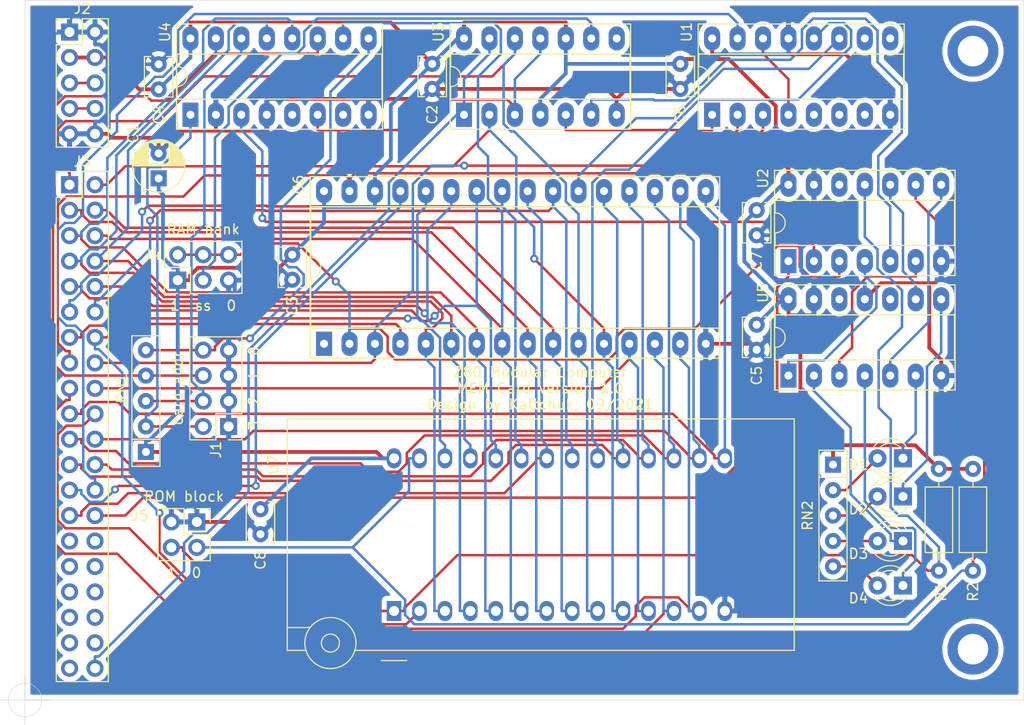
<source format=kicad_pcb>
(kicad_pcb (version 20171130) (host pcbnew "(5.1.4)-1")
  (layers (0 F.Cu signal) (31 B.Cu signal) (34 B.Paste user) (35 F.Paste user) (36 B.SilkS user) (37 F.SilkS user) (38 B.Mask user) (39 F.Mask user) (44 Edge.Cuts user))
  (net 0 "")
  (net 1 +5V)
  (net 2 GND)
  (net 3 "Net-(D1-Pad1)")
  (net 4 "Net-(D1-Pad2)")
  (net 5 "Net-(D2-Pad2)")
  (net 6 "Net-(D2-Pad1)")
  (net 7 "Net-(D3-Pad2)")
  (net 8 "Net-(D3-Pad1)")
  (net 9 "Net-(D4-Pad1)")
  (net 10 "Net-(D4-Pad2)")
  (net 11 "Net-(J1-Pad2)")
  (net 12 "Net-(J1-Pad4)")
  (net 13 "Net-(J1-Pad6)")
  (net 14 "Net-(J1-Pad8)")
  (net 15 /+12V)
  (net 16 /v1)
  (net 17 /a01)
  (net 18 /a00)
  (net 19 /a03)
  (net 20 /a02)
  (net 21 /a05)
  (net 22 /a04)
  (net 23 /a07)
  (net 24 /a06)
  (net 25 /a09)
  (net 26 /a08)
  (net 27 /a11)
  (net 28 /a10)
  (net 29 /a13)
  (net 30 /a12)
  (net 31 /a15)
  (net 32 /a14)
  (net 33 /d01)
  (net 34 /d00)
  (net 35 /d03)
  (net 36 /d02)
  (net 37 /d05)
  (net 38 /d04)
  (net 39 /d07)
  (net 40 /d06)
  (net 41 /wr)
  (net 42 /mreq)
  (net 43 /rd)
  (net 44 /iorq)
  (net 45 /busack)
  (net 46 /busrq)
  (net 47 /halt)
  (net 48 /wait)
  (net 49 /int)
  (net 50 /nmi)
  (net 51 /s1)
  (net 52 /s0)
  (net 53 /m1)
  (net 54 /s2)
  (net 55 /clk)
  (net 56 /reset)
  (net 57 /ram_bank)
  (net 58 "Net-(J4-Pad3)")
  (net 59 "Net-(J5-Pad2)")
  (net 60 "Net-(J5-Pad4)")
  (net 61 "Net-(U1-Pad7)")
  (net 62 "Net-(U1-Pad14)")
  (net 63 "Net-(U1-Pad6)")
  (net 64 "Net-(U1-Pad5)")
  (net 65 "Net-(U1-Pad12)")
  (net 66 "Net-(U1-Pad11)")
  (net 67 "Net-(U1-Pad10)")
  (net 68 "Net-(U1-Pad9)")
  (net 69 "Net-(U1-Pad1)")
  (net 70 "Net-(U2-Pad8)")
  (net 71 "Net-(U2-Pad2)")
  (net 72 "Net-(U2-Pad10)")
  (net 73 "Net-(U2-Pad4)")
  (net 74 "Net-(U2-Pad5)")
  (net 75 "Net-(U2-Pad12)")
  (net 76 "Net-(U2-Pad6)")
  (net 77 "Net-(U3-Pad8)")
  (net 78 "Net-(U3-Pad11)")
  (net 79 "Net-(U4-Pad5)")
  (net 80 "Net-(U4-Pad7)")
  (net 81 "Net-(U5-Pad12)")
  (net 82 "Net-(U5-Pad10)")
  (net 83 "Net-(U6-Pad1)")
  (module Connector_PinHeader_2.54mm:PinHeader_2x05_P2.54mm_Vertical (layer F.Cu) (at 102.87 59.055)
    (fp_text reference J2 (at 1.27 -2.33) (layer F.SilkS))
    (fp_text value "Power Bus")
    (pad 1 thru_hole rect (at 0 0) (size 1.7 1.7) (drill 1) (layers *.Cu *.Mask) (net 2 GND))
    (pad 2 thru_hole oval (at 2.54 0) (size 1.7 1.7) (drill 1) (layers *.Cu *.Mask) (net 2 GND))
    (pad 3 thru_hole oval (at 0 2.54) (size 1.7 1.7) (drill 1) (layers *.Cu *.Mask) (net 1 +5V))
    (pad 4 thru_hole oval (at 2.54 2.54) (size 1.7 1.7) (drill 1) (layers *.Cu *.Mask) (net 1 +5V))
    (pad 5 thru_hole oval (at 0 5.08) (size 1.7 1.7) (drill 1) (layers *.Cu *.Mask) (net 15 /+12V))
    (pad 6 thru_hole oval (at 2.54 5.08) (size 1.7 1.7) (drill 1) (layers *.Cu *.Mask) (net 15 /+12V))
    (pad 7 thru_hole oval (at 0 7.62) (size 1.7 1.7) (drill 1) (layers *.Cu *.Mask) (net 16 /v1))
    (pad 8 thru_hole oval (at 2.54 7.62) (size 1.7 1.7) (drill 1) (layers *.Cu *.Mask) (net 16 /v1))
    (pad 9 thru_hole oval (at 0 10.16) (size 1.7 1.7) (drill 1) (layers *.Cu *.Mask) (net 2 GND))
    (pad 10 thru_hole oval (at 2.54 10.16) (size 1.7 1.7) (drill 1) (layers *.Cu *.Mask) (net 2 GND))
  )
  (module Capacitor_THT:CP_Radial_D5.0mm_P2.50mm (layer F.Cu) (at 111.76 73.66 90)
    (fp_text reference C1 (at 4.445 -2.54 90) (layer F.SilkS))
    (fp_text value 10uF)
    (pad 1 thru_hole rect (at 0 0 90) (size 1.6 1.6) (drill 0.8) (layers *.Cu *.Mask) (net 1 +5V))
    (pad 2 thru_hole circle (at 2.5 0 90) (size 1.6 1.6) (drill 0.8) (layers *.Cu *.Mask) (net 2 GND))
  )
  (module Capacitor_THT:C_Disc_D3.8mm_W2.6mm_P2.50mm (layer F.Cu) (at 139.065 62.23 270)
    (fp_text reference C2 (at 5.08 0 90) (layer F.SilkS))
    (fp_text value 10nF)
    (pad 1 thru_hole circle (at 0 0 270) (size 1.6 1.6) (drill 0.8) (layers *.Cu *.Mask) (net 1 +5V))
    (pad 2 thru_hole circle (at 2.5 0 270) (size 1.6 1.6) (drill 0.8) (layers *.Cu *.Mask) (net 2 GND))
  )
  (module Capacitor_THT:C_Disc_D3.8mm_W2.6mm_P2.50mm (layer F.Cu) (at 125.095 81.28 270)
    (fp_text reference C3 (at 5.08 0 90) (layer F.SilkS))
    (fp_text value 10nF)
    (pad 1 thru_hole circle (at 0 0 270) (size 1.6 1.6) (drill 0.8) (layers *.Cu *.Mask) (net 1 +5V))
    (pad 2 thru_hole circle (at 2.5 0 270) (size 1.6 1.6) (drill 0.8) (layers *.Cu *.Mask) (net 2 GND))
  )
  (module Capacitor_THT:C_Disc_D3.8mm_W2.6mm_P2.50mm (layer F.Cu) (at 111.76 64.77 90)
    (fp_text reference C4 (at -2.54 0 90) (layer F.SilkS))
    (fp_text value 10nF)
    (pad 2 thru_hole circle (at 2.5 0 90) (size 1.6 1.6) (drill 0.8) (layers *.Cu *.Mask) (net 2 GND))
    (pad 1 thru_hole circle (at 0 0 90) (size 1.6 1.6) (drill 0.8) (layers *.Cu *.Mask) (net 1 +5V))
  )
  (module Capacitor_THT:C_Disc_D3.8mm_W2.6mm_P2.50mm (layer F.Cu) (at 171.45 88.265 270)
    (fp_text reference C5 (at 5.08 0 90) (layer F.SilkS))
    (fp_text value 10nF)
    (pad 2 thru_hole circle (at 2.5 0 270) (size 1.6 1.6) (drill 0.8) (layers *.Cu *.Mask) (net 2 GND))
    (pad 1 thru_hole circle (at 0 0 270) (size 1.6 1.6) (drill 0.8) (layers *.Cu *.Mask) (net 1 +5V))
  )
  (module Capacitor_THT:C_Disc_D3.8mm_W2.6mm_P2.50mm (layer F.Cu) (at 163.83 62.23 270)
    (fp_text reference C6 (at 5.08 0 90) (layer F.SilkS))
    (fp_text value 10nF)
    (pad 1 thru_hole circle (at 0 0 270) (size 1.6 1.6) (drill 0.8) (layers *.Cu *.Mask) (net 1 +5V))
    (pad 2 thru_hole circle (at 2.5 0 270) (size 1.6 1.6) (drill 0.8) (layers *.Cu *.Mask) (net 2 GND))
  )
  (module Capacitor_THT:C_Disc_D3.8mm_W2.6mm_P2.50mm (layer F.Cu) (at 171.45 76.835 270)
    (fp_text reference C7 (at 5.08 0 90) (layer F.SilkS))
    (fp_text value 10nF)
    (pad 1 thru_hole circle (at 0 0 270) (size 1.6 1.6) (drill 0.8) (layers *.Cu *.Mask) (net 1 +5V))
    (pad 2 thru_hole circle (at 2.5 0 270) (size 1.6 1.6) (drill 0.8) (layers *.Cu *.Mask) (net 2 GND))
  )
  (module Capacitor_THT:C_Disc_D3.8mm_W2.6mm_P2.50mm (layer F.Cu) (at 121.92 106.68 270)
    (fp_text reference C8 (at 5.08 0 90) (layer F.SilkS))
    (fp_text value 10nF)
    (pad 2 thru_hole circle (at 2.5 0 270) (size 1.6 1.6) (drill 0.8) (layers *.Cu *.Mask) (net 2 GND))
    (pad 1 thru_hole circle (at 0 0 270) (size 1.6 1.6) (drill 0.8) (layers *.Cu *.Mask) (net 1 +5V))
  )
  (module LED_THT:LED_D3.0mm (layer F.Cu) (at 186.055 101.6 180)
    (fp_text reference D1 (at 4.445 -0.635) (layer F.SilkS))
    (fp_text value LED)
    (pad 1 thru_hole rect (at 0 0 180) (size 1.8 1.8) (drill 0.9) (layers *.Cu *.Mask) (net 3 "Net-(D1-Pad1)"))
    (pad 2 thru_hole circle (at 2.54 0 180) (size 1.8 1.8) (drill 0.9) (layers *.Cu *.Mask) (net 4 "Net-(D1-Pad2)"))
  )
  (module LED_THT:LED_D3.0mm (layer F.Cu) (at 186.055 105.41 180)
    (fp_text reference D2 (at 4.445 -1.27) (layer F.SilkS))
    (fp_text value LED)
    (pad 2 thru_hole circle (at 2.54 0 180) (size 1.8 1.8) (drill 0.9) (layers *.Cu *.Mask) (net 5 "Net-(D2-Pad2)"))
    (pad 1 thru_hole rect (at 0 0 180) (size 1.8 1.8) (drill 0.9) (layers *.Cu *.Mask) (net 6 "Net-(D2-Pad1)"))
  )
  (module LED_THT:LED_D3.0mm (layer F.Cu) (at 186.055 109.855 180)
    (fp_text reference D3 (at 4.445 -1.27) (layer F.SilkS))
    (fp_text value LED)
    (pad 2 thru_hole circle (at 2.54 0 180) (size 1.8 1.8) (drill 0.9) (layers *.Cu *.Mask) (net 7 "Net-(D3-Pad2)"))
    (pad 1 thru_hole rect (at 0 0 180) (size 1.8 1.8) (drill 0.9) (layers *.Cu *.Mask) (net 8 "Net-(D3-Pad1)"))
  )
  (module LED_THT:LED_D3.0mm (layer F.Cu) (at 186.055 114.3 180)
    (fp_text reference D4 (at 4.445 -1.27) (layer F.SilkS))
    (fp_text value LED)
    (pad 1 thru_hole rect (at 0 0 180) (size 1.8 1.8) (drill 0.9) (layers *.Cu *.Mask) (net 9 "Net-(D4-Pad1)"))
    (pad 2 thru_hole circle (at 2.54 0 180) (size 1.8 1.8) (drill 0.9) (layers *.Cu *.Mask) (net 10 "Net-(D4-Pad2)"))
  )
  (module Connector_PinHeader_2.54mm:PinHeader_2x04_P2.54mm_Vertical (layer F.Cu) (at 118.745 98.425 180)
    (fp_text reference J1 (at 1.27 -2.33 90) (layer F.SilkS))
    (fp_text value "card addr")
    (pad 1 thru_hole rect (at 0 0 180) (size 1.7 1.7) (drill 1) (layers *.Cu *.Mask) (net 2 GND))
    (pad 2 thru_hole oval (at 2.54 0 180) (size 1.7 1.7) (drill 1) (layers *.Cu *.Mask) (net 11 "Net-(J1-Pad2)"))
    (pad 3 thru_hole oval (at 0 2.54 180) (size 1.7 1.7) (drill 1) (layers *.Cu *.Mask) (net 2 GND))
    (pad 4 thru_hole oval (at 2.54 2.54 180) (size 1.7 1.7) (drill 1) (layers *.Cu *.Mask) (net 12 "Net-(J1-Pad4)"))
    (pad 5 thru_hole oval (at 0 5.08 180) (size 1.7 1.7) (drill 1) (layers *.Cu *.Mask) (net 2 GND))
    (pad 6 thru_hole oval (at 2.54 5.08 180) (size 1.7 1.7) (drill 1) (layers *.Cu *.Mask) (net 13 "Net-(J1-Pad6)"))
    (pad 7 thru_hole oval (at 0 7.62 180) (size 1.7 1.7) (drill 1) (layers *.Cu *.Mask) (net 2 GND))
    (pad 8 thru_hole oval (at 2.54 7.62 180) (size 1.7 1.7) (drill 1) (layers *.Cu *.Mask) (net 14 "Net-(J1-Pad8)"))
  )
  (module Connector_PinHeader_2.54mm:PinHeader_2x20_P2.54mm_Vertical (layer F.Cu) (at 102.87 74.295)
    (fp_text reference J3 (at 1.27 -2.33) (layer F.SilkS))
    (fp_text value "Signal Bus")
    (pad 1 thru_hole rect (at 0 0) (size 1.7 1.7) (drill 1) (layers *.Cu *.Mask) (net 17 /a01))
    (pad 2 thru_hole oval (at 2.54 0) (size 1.7 1.7) (drill 1) (layers *.Cu *.Mask) (net 18 /a00))
    (pad 3 thru_hole oval (at 0 2.54) (size 1.7 1.7) (drill 1) (layers *.Cu *.Mask) (net 19 /a03))
    (pad 4 thru_hole oval (at 2.54 2.54) (size 1.7 1.7) (drill 1) (layers *.Cu *.Mask) (net 20 /a02))
    (pad 5 thru_hole oval (at 0 5.08) (size 1.7 1.7) (drill 1) (layers *.Cu *.Mask) (net 21 /a05))
    (pad 6 thru_hole oval (at 2.54 5.08) (size 1.7 1.7) (drill 1) (layers *.Cu *.Mask) (net 22 /a04))
    (pad 7 thru_hole oval (at 0 7.62) (size 1.7 1.7) (drill 1) (layers *.Cu *.Mask) (net 23 /a07))
    (pad 8 thru_hole oval (at 2.54 7.62) (size 1.7 1.7) (drill 1) (layers *.Cu *.Mask) (net 24 /a06))
    (pad 9 thru_hole oval (at 0 10.16) (size 1.7 1.7) (drill 1) (layers *.Cu *.Mask) (net 25 /a09))
    (pad 10 thru_hole oval (at 2.54 10.16) (size 1.7 1.7) (drill 1) (layers *.Cu *.Mask) (net 26 /a08))
    (pad 11 thru_hole oval (at 0 12.7) (size 1.7 1.7) (drill 1) (layers *.Cu *.Mask) (net 27 /a11))
    (pad 12 thru_hole oval (at 2.54 12.7) (size 1.7 1.7) (drill 1) (layers *.Cu *.Mask) (net 28 /a10))
    (pad 13 thru_hole oval (at 0 15.24) (size 1.7 1.7) (drill 1) (layers *.Cu *.Mask) (net 29 /a13))
    (pad 14 thru_hole oval (at 2.54 15.24) (size 1.7 1.7) (drill 1) (layers *.Cu *.Mask) (net 30 /a12))
    (pad 15 thru_hole oval (at 0 17.78) (size 1.7 1.7) (drill 1) (layers *.Cu *.Mask) (net 31 /a15))
    (pad 16 thru_hole oval (at 2.54 17.78) (size 1.7 1.7) (drill 1) (layers *.Cu *.Mask) (net 32 /a14))
    (pad 17 thru_hole oval (at 0 20.32) (size 1.7 1.7) (drill 1) (layers *.Cu *.Mask) (net 33 /d01))
    (pad 18 thru_hole oval (at 2.54 20.32) (size 1.7 1.7) (drill 1) (layers *.Cu *.Mask) (net 34 /d00))
    (pad 19 thru_hole oval (at 0 22.86) (size 1.7 1.7) (drill 1) (layers *.Cu *.Mask) (net 35 /d03))
    (pad 20 thru_hole oval (at 2.54 22.86) (size 1.7 1.7) (drill 1) (layers *.Cu *.Mask) (net 36 /d02))
    (pad 21 thru_hole oval (at 0 25.4) (size 1.7 1.7) (drill 1) (layers *.Cu *.Mask) (net 37 /d05))
    (pad 22 thru_hole oval (at 2.54 25.4) (size 1.7 1.7) (drill 1) (layers *.Cu *.Mask) (net 38 /d04))
    (pad 23 thru_hole oval (at 0 27.94) (size 1.7 1.7) (drill 1) (layers *.Cu *.Mask) (net 39 /d07))
    (pad 24 thru_hole oval (at 2.54 27.94) (size 1.7 1.7) (drill 1) (layers *.Cu *.Mask) (net 40 /d06))
    (pad 25 thru_hole oval (at 0 30.48) (size 1.7 1.7) (drill 1) (layers *.Cu *.Mask) (net 41 /wr))
    (pad 26 thru_hole oval (at 2.54 30.48) (size 1.7 1.7) (drill 1) (layers *.Cu *.Mask) (net 42 /mreq))
    (pad 27 thru_hole oval (at 0 33.02) (size 1.7 1.7) (drill 1) (layers *.Cu *.Mask) (net 43 /rd))
    (pad 28 thru_hole oval (at 2.54 33.02) (size 1.7 1.7) (drill 1) (layers *.Cu *.Mask) (net 44 /iorq))
    (pad 29 thru_hole oval (at 0 35.56) (size 1.7 1.7) (drill 1) (layers *.Cu *.Mask) (net 45 /busack))
    (pad 30 thru_hole oval (at 2.54 35.56) (size 1.7 1.7) (drill 1) (layers *.Cu *.Mask) (net 46 /busrq))
    (pad 31 thru_hole oval (at 0 38.1) (size 1.7 1.7) (drill 1) (layers *.Cu *.Mask) (net 47 /halt))
    (pad 32 thru_hole oval (at 2.54 38.1) (size 1.7 1.7) (drill 1) (layers *.Cu *.Mask) (net 48 /wait))
    (pad 33 thru_hole oval (at 0 40.64) (size 1.7 1.7) (drill 1) (layers *.Cu *.Mask) (net 49 /int))
    (pad 34 thru_hole oval (at 2.54 40.64) (size 1.7 1.7) (drill 1) (layers *.Cu *.Mask) (net 50 /nmi))
    (pad 35 thru_hole oval (at 0 43.18) (size 1.7 1.7) (drill 1) (layers *.Cu *.Mask) (net 51 /s1))
    (pad 36 thru_hole oval (at 2.54 43.18) (size 1.7 1.7) (drill 1) (layers *.Cu *.Mask) (net 52 /s0))
    (pad 37 thru_hole oval (at 0 45.72) (size 1.7 1.7) (drill 1) (layers *.Cu *.Mask) (net 53 /m1))
    (pad 38 thru_hole oval (at 2.54 45.72) (size 1.7 1.7) (drill 1) (layers *.Cu *.Mask) (net 54 /s2))
    (pad 39 thru_hole oval (at 0 48.26) (size 1.7 1.7) (drill 1) (layers *.Cu *.Mask) (net 55 /clk))
    (pad 40 thru_hole oval (at 2.54 48.26) (size 1.7 1.7) (drill 1) (layers *.Cu *.Mask) (net 56 /reset))
  )
  (module Connector_PinHeader_2.54mm:PinHeader_2x02_P2.54mm_Vertical (layer F.Cu) (at 115.57 107.95 270)
    (fp_text reference J5 (at -0.635 5.715) (layer F.SilkS))
    (fp_text value "ROM block")
    (pad 1 thru_hole rect (at 0 0 270) (size 1.7 1.7) (drill 1) (layers *.Cu *.Mask) (net 2 GND))
    (pad 2 thru_hole oval (at 2.54 0 270) (size 1.7 1.7) (drill 1) (layers *.Cu *.Mask) (net 59 "Net-(J5-Pad2)"))
    (pad 3 thru_hole oval (at 0 2.54 270) (size 1.7 1.7) (drill 1) (layers *.Cu *.Mask) (net 2 GND))
    (pad 4 thru_hole oval (at 2.54 2.54 270) (size 1.7 1.7) (drill 1) (layers *.Cu *.Mask) (net 60 "Net-(J5-Pad4)"))
  )
  (module Resistor_THT:R_Axial_DIN0207_L6.3mm_D2.5mm_P10.16mm_Horizontal (layer F.Cu) (at 189.64 102.655 270)
    (fp_text reference R1 (at 12.279999 -0.225001 90) (layer F.SilkS))
    (fp_text value 10k)
    (pad 1 thru_hole circle (at 0 0 270) (size 1.6 1.6) (drill 0.8) (layers *.Cu *.Mask) (net 1 +5V))
    (pad 2 thru_hole oval (at 10.16 0 270) (size 1.6 1.6) (drill 0.8) (layers *.Cu *.Mask) (net 60 "Net-(J5-Pad4)"))
  )
  (module Resistor_THT:R_Axial_DIN0207_L6.3mm_D2.5mm_P10.16mm_Horizontal (layer F.Cu) (at 193.04 102.655 270)
    (fp_text reference R2 (at 12.279999 0 90) (layer F.SilkS))
    (fp_text value 10k)
    (pad 2 thru_hole oval (at 10.16 0 270) (size 1.6 1.6) (drill 0.8) (layers *.Cu *.Mask) (net 59 "Net-(J5-Pad2)"))
    (pad 1 thru_hole circle (at 0 0 270) (size 1.6 1.6) (drill 0.8) (layers *.Cu *.Mask) (net 1 +5V))
  )
  (module Resistor_THT:R_Array_SIP5 (layer F.Cu) (at 110.49 100.965 90)
    (fp_text reference RN1 (at 6.35 -2.4 90) (layer F.SilkS))
    (fp_text value 4x10k)
    (pad 5 thru_hole oval (at 10.16 0 90) (size 1.6 1.6) (drill 0.8) (layers *.Cu *.Mask) (net 14 "Net-(J1-Pad8)"))
    (pad 4 thru_hole oval (at 7.62 0 90) (size 1.6 1.6) (drill 0.8) (layers *.Cu *.Mask) (net 13 "Net-(J1-Pad6)"))
    (pad 3 thru_hole oval (at 5.08 0 90) (size 1.6 1.6) (drill 0.8) (layers *.Cu *.Mask) (net 12 "Net-(J1-Pad4)"))
    (pad 2 thru_hole oval (at 2.54 0 90) (size 1.6 1.6) (drill 0.8) (layers *.Cu *.Mask) (net 11 "Net-(J1-Pad2)"))
    (pad 1 thru_hole rect (at 0 0 90) (size 1.6 1.6) (drill 0.8) (layers *.Cu *.Mask) (net 1 +5V))
  )
  (module Resistor_THT:R_Array_SIP5 (layer F.Cu) (at 179.07 102.235 270)
    (fp_text reference RN2 (at 5.08 2.54 90) (layer F.SilkS))
    (fp_text value 4x220)
    (pad 1 thru_hole rect (at 0 0 270) (size 1.6 1.6) (drill 0.8) (layers *.Cu *.Mask) (net 1 +5V))
    (pad 2 thru_hole oval (at 2.54 0 270) (size 1.6 1.6) (drill 0.8) (layers *.Cu *.Mask) (net 4 "Net-(D1-Pad2)"))
    (pad 3 thru_hole oval (at 5.08 0 270) (size 1.6 1.6) (drill 0.8) (layers *.Cu *.Mask) (net 5 "Net-(D2-Pad2)"))
    (pad 4 thru_hole oval (at 7.62 0 270) (size 1.6 1.6) (drill 0.8) (layers *.Cu *.Mask) (net 7 "Net-(D3-Pad2)"))
    (pad 5 thru_hole oval (at 10.16 0 270) (size 1.6 1.6) (drill 0.8) (layers *.Cu *.Mask) (net 10 "Net-(D4-Pad2)"))
  )
  (module Package_DIP:DIP-16_W7.62mm_Socket_LongPads (layer F.Cu) (at 167.005 67.31 90)
    (fp_text reference U1 (at 8.255 -2.54 90) (layer F.SilkS))
    (fp_text value 74LS139)
    (pad 16 thru_hole oval (at 7.62 0 90) (size 2.4 1.6) (drill 0.8) (layers *.Cu *.Mask) (net 1 +5V))
    (pad 8 thru_hole oval (at 0 17.78 90) (size 2.4 1.6) (drill 0.8) (layers *.Cu *.Mask) (net 2 GND))
    (pad 15 thru_hole oval (at 7.62 2.54 90) (size 2.4 1.6) (drill 0.8) (layers *.Cu *.Mask) (net 42 /mreq))
    (pad 7 thru_hole oval (at 0 15.24 90) (size 2.4 1.6) (drill 0.8) (layers *.Cu *.Mask) (net 61 "Net-(U1-Pad7)"))
    (pad 14 thru_hole oval (at 7.62 5.08 90) (size 2.4 1.6) (drill 0.8) (layers *.Cu *.Mask) (net 62 "Net-(U1-Pad14)"))
    (pad 6 thru_hole oval (at 0 12.7 90) (size 2.4 1.6) (drill 0.8) (layers *.Cu *.Mask) (net 63 "Net-(U1-Pad6)"))
    (pad 13 thru_hole oval (at 7.62 7.62 90) (size 2.4 1.6) (drill 0.8) (layers *.Cu *.Mask) (net 2 GND))
    (pad 5 thru_hole oval (at 0 10.16 90) (size 2.4 1.6) (drill 0.8) (layers *.Cu *.Mask) (net 64 "Net-(U1-Pad5)"))
    (pad 12 thru_hole oval (at 7.62 10.16 90) (size 2.4 1.6) (drill 0.8) (layers *.Cu *.Mask) (net 65 "Net-(U1-Pad12)"))
    (pad 4 thru_hole oval (at 0 7.62 90) (size 2.4 1.6) (drill 0.8) (layers *.Cu *.Mask) (net 62 "Net-(U1-Pad14)"))
    (pad 11 thru_hole oval (at 7.62 12.7 90) (size 2.4 1.6) (drill 0.8) (layers *.Cu *.Mask) (net 66 "Net-(U1-Pad11)"))
    (pad 3 thru_hole oval (at 0 5.08 90) (size 2.4 1.6) (drill 0.8) (layers *.Cu *.Mask) (net 31 /a15))
    (pad 10 thru_hole oval (at 7.62 15.24 90) (size 2.4 1.6) (drill 0.8) (layers *.Cu *.Mask) (net 67 "Net-(U1-Pad10)"))
    (pad 2 thru_hole oval (at 0 2.54 90) (size 2.4 1.6) (drill 0.8) (layers *.Cu *.Mask) (net 32 /a14))
    (pad 9 thru_hole oval (at 7.62 17.78 90) (size 2.4 1.6) (drill 0.8) (layers *.Cu *.Mask) (net 68 "Net-(U1-Pad9)"))
    (pad 1 thru_hole rect (at 0 0 90) (size 2.4 1.6) (drill 0.8) (layers *.Cu *.Mask) (net 69 "Net-(U1-Pad1)"))
  )
  (module Package_DIP:DIP-14_W7.62mm_Socket_LongPads (layer F.Cu) (at 174.625 81.915 90)
    (fp_text reference U2 (at 8.255 -2.54 90) (layer F.SilkS))
    (fp_text value 74LS04)
    (pad 1 thru_hole rect (at 0 0 90) (size 2.4 1.6) (drill 0.8) (layers *.Cu *.Mask) (net 44 /iorq))
    (pad 8 thru_hole oval (at 7.62 15.24 90) (size 2.4 1.6) (drill 0.8) (layers *.Cu *.Mask) (net 70 "Net-(U2-Pad8)"))
    (pad 2 thru_hole oval (at 0 2.54 90) (size 2.4 1.6) (drill 0.8) (layers *.Cu *.Mask) (net 71 "Net-(U2-Pad2)"))
    (pad 9 thru_hole oval (at 7.62 12.7 90) (size 2.4 1.6) (drill 0.8) (layers *.Cu *.Mask) (net 59 "Net-(J5-Pad2)"))
    (pad 3 thru_hole oval (at 0 5.08 90) (size 2.4 1.6) (drill 0.8) (layers *.Cu *.Mask) (net 57 /ram_bank))
    (pad 10 thru_hole oval (at 7.62 10.16 90) (size 2.4 1.6) (drill 0.8) (layers *.Cu *.Mask) (net 72 "Net-(U2-Pad10)"))
    (pad 4 thru_hole oval (at 0 7.62 90) (size 2.4 1.6) (drill 0.8) (layers *.Cu *.Mask) (net 73 "Net-(U2-Pad4)"))
    (pad 11 thru_hole oval (at 7.62 7.62 90) (size 2.4 1.6) (drill 0.8) (layers *.Cu *.Mask) (net 60 "Net-(J5-Pad4)"))
    (pad 5 thru_hole oval (at 0 10.16 90) (size 2.4 1.6) (drill 0.8) (layers *.Cu *.Mask) (net 74 "Net-(U2-Pad5)"))
    (pad 12 thru_hole oval (at 7.62 5.08 90) (size 2.4 1.6) (drill 0.8) (layers *.Cu *.Mask) (net 75 "Net-(U2-Pad12)"))
    (pad 6 thru_hole oval (at 0 12.7 90) (size 2.4 1.6) (drill 0.8) (layers *.Cu *.Mask) (net 76 "Net-(U2-Pad6)"))
    (pad 13 thru_hole oval (at 7.62 2.54 90) (size 2.4 1.6) (drill 0.8) (layers *.Cu *.Mask) (net 2 GND))
    (pad 7 thru_hole oval (at 0 15.24 90) (size 2.4 1.6) (drill 0.8) (layers *.Cu *.Mask) (net 2 GND))
    (pad 14 thru_hole oval (at 7.62 0 90) (size 2.4 1.6) (drill 0.8) (layers *.Cu *.Mask) (net 1 +5V))
  )
  (module Package_DIP:DIP-14_W7.62mm_Socket_LongPads (layer F.Cu) (at 142.24 67.31 90)
    (fp_text reference U3 (at 8.255 -2.54 90) (layer F.SilkS))
    (fp_text value 74LS74)
    (pad 1 thru_hole rect (at 0 0 90) (size 2.4 1.6) (drill 0.8) (layers *.Cu *.Mask) (net 56 /reset))
    (pad 8 thru_hole oval (at 7.62 15.24 90) (size 2.4 1.6) (drill 0.8) (layers *.Cu *.Mask) (net 77 "Net-(U3-Pad8)"))
    (pad 2 thru_hole oval (at 0 2.54 90) (size 2.4 1.6) (drill 0.8) (layers *.Cu *.Mask) (net 18 /a00))
    (pad 9 thru_hole oval (at 7.62 12.7 90) (size 2.4 1.6) (drill 0.8) (layers *.Cu *.Mask) (net 58 "Net-(J4-Pad3)"))
    (pad 3 thru_hole oval (at 0 5.08 90) (size 2.4 1.6) (drill 0.8) (layers *.Cu *.Mask) (net 78 "Net-(U3-Pad11)"))
    (pad 10 thru_hole oval (at 7.62 10.16 90) (size 2.4 1.6) (drill 0.8) (layers *.Cu *.Mask) (net 1 +5V))
    (pad 4 thru_hole oval (at 0 7.62 90) (size 2.4 1.6) (drill 0.8) (layers *.Cu *.Mask) (net 1 +5V))
    (pad 11 thru_hole oval (at 7.62 7.62 90) (size 2.4 1.6) (drill 0.8) (layers *.Cu *.Mask) (net 78 "Net-(U3-Pad11)"))
    (pad 5 thru_hole oval (at 0 10.16 90) (size 2.4 1.6) (drill 0.8) (layers *.Cu *.Mask) (net 69 "Net-(U1-Pad1)"))
    (pad 12 thru_hole oval (at 7.62 5.08 90) (size 2.4 1.6) (drill 0.8) (layers *.Cu *.Mask) (net 17 /a01))
    (pad 6 thru_hole oval (at 0 12.7 90) (size 2.4 1.6) (drill 0.8) (layers *.Cu *.Mask) (net 74 "Net-(U2-Pad5)"))
    (pad 13 thru_hole oval (at 7.62 2.54 90) (size 2.4 1.6) (drill 0.8) (layers *.Cu *.Mask) (net 56 /reset))
    (pad 7 thru_hole oval (at 0 15.24 90) (size 2.4 1.6) (drill 0.8) (layers *.Cu *.Mask) (net 2 GND))
    (pad 14 thru_hole oval (at 7.62 0 90) (size 2.4 1.6) (drill 0.8) (layers *.Cu *.Mask) (net 1 +5V))
  )
  (module Package_DIP:DIP-16_W7.62mm_Socket_LongPads (layer F.Cu) (at 114.935 67.31 90)
    (fp_text reference U4 (at 8.255 -2.54 90) (layer F.SilkS))
    (fp_text value 74LS85)
    (pad 1 thru_hole rect (at 0 0 90) (size 2.4 1.6) (drill 0.8) (layers *.Cu *.Mask) (net 11 "Net-(J1-Pad2)"))
    (pad 9 thru_hole oval (at 7.62 17.78 90) (size 2.4 1.6) (drill 0.8) (layers *.Cu *.Mask) (net 14 "Net-(J1-Pad8)"))
    (pad 2 thru_hole oval (at 0 2.54 90) (size 2.4 1.6) (drill 0.8) (layers *.Cu *.Mask) (net 2 GND))
    (pad 10 thru_hole oval (at 7.62 15.24 90) (size 2.4 1.6) (drill 0.8) (layers *.Cu *.Mask) (net 22 /a04))
    (pad 3 thru_hole oval (at 0 5.08 90) (size 2.4 1.6) (drill 0.8) (layers *.Cu *.Mask) (net 71 "Net-(U2-Pad2)"))
    (pad 11 thru_hole oval (at 7.62 12.7 90) (size 2.4 1.6) (drill 0.8) (layers *.Cu *.Mask) (net 13 "Net-(J1-Pad6)"))
    (pad 4 thru_hole oval (at 0 7.62 90) (size 2.4 1.6) (drill 0.8) (layers *.Cu *.Mask) (net 2 GND))
    (pad 12 thru_hole oval (at 7.62 10.16 90) (size 2.4 1.6) (drill 0.8) (layers *.Cu *.Mask) (net 21 /a05))
    (pad 5 thru_hole oval (at 0 10.16 90) (size 2.4 1.6) (drill 0.8) (layers *.Cu *.Mask) (net 79 "Net-(U4-Pad5)"))
    (pad 13 thru_hole oval (at 7.62 7.62 90) (size 2.4 1.6) (drill 0.8) (layers *.Cu *.Mask) (net 24 /a06))
    (pad 6 thru_hole oval (at 0 12.7 90) (size 2.4 1.6) (drill 0.8) (layers *.Cu *.Mask) (net 78 "Net-(U3-Pad11)"))
    (pad 14 thru_hole oval (at 7.62 5.08 90) (size 2.4 1.6) (drill 0.8) (layers *.Cu *.Mask) (net 12 "Net-(J1-Pad4)"))
    (pad 7 thru_hole oval (at 0 15.24 90) (size 2.4 1.6) (drill 0.8) (layers *.Cu *.Mask) (net 80 "Net-(U4-Pad7)"))
    (pad 15 thru_hole oval (at 7.62 2.54 90) (size 2.4 1.6) (drill 0.8) (layers *.Cu *.Mask) (net 23 /a07))
    (pad 8 thru_hole oval (at 0 17.78 90) (size 2.4 1.6) (drill 0.8) (layers *.Cu *.Mask) (net 2 GND))
    (pad 16 thru_hole oval (at 7.62 0 90) (size 2.4 1.6) (drill 0.8) (layers *.Cu *.Mask) (net 1 +5V))
  )
  (module Package_DIP:DIP-14_W7.62mm_Socket_LongPads (layer F.Cu) (at 174.625 93.345 90)
    (fp_text reference U5 (at 8.255 -2.54 90) (layer F.SilkS))
    (fp_text value SN74LS07N)
    (pad 14 thru_hole oval (at 7.62 0 90) (size 2.4 1.6) (drill 0.8) (layers *.Cu *.Mask) (net 1 +5V))
    (pad 7 thru_hole oval (at 0 15.24 90) (size 2.4 1.6) (drill 0.8) (layers *.Cu *.Mask) (net 2 GND))
    (pad 13 thru_hole oval (at 7.62 2.54 90) (size 2.4 1.6) (drill 0.8) (layers *.Cu *.Mask) (net 2 GND))
    (pad 6 thru_hole oval (at 0 12.7 90) (size 2.4 1.6) (drill 0.8) (layers *.Cu *.Mask) (net 3 "Net-(D1-Pad1)"))
    (pad 12 thru_hole oval (at 7.62 5.08 90) (size 2.4 1.6) (drill 0.8) (layers *.Cu *.Mask) (net 81 "Net-(U5-Pad12)"))
    (pad 5 thru_hole oval (at 0 10.16 90) (size 2.4 1.6) (drill 0.8) (layers *.Cu *.Mask) (net 70 "Net-(U2-Pad8)"))
    (pad 11 thru_hole oval (at 7.62 7.62 90) (size 2.4 1.6) (drill 0.8) (layers *.Cu *.Mask) (net 2 GND))
    (pad 4 thru_hole oval (at 0 7.62 90) (size 2.4 1.6) (drill 0.8) (layers *.Cu *.Mask) (net 9 "Net-(D4-Pad1)"))
    (pad 10 thru_hole oval (at 7.62 10.16 90) (size 2.4 1.6) (drill 0.8) (layers *.Cu *.Mask) (net 82 "Net-(U5-Pad10)"))
    (pad 3 thru_hole oval (at 0 5.08 90) (size 2.4 1.6) (drill 0.8) (layers *.Cu *.Mask) (net 76 "Net-(U2-Pad6)"))
    (pad 9 thru_hole oval (at 7.62 12.7 90) (size 2.4 1.6) (drill 0.8) (layers *.Cu *.Mask) (net 72 "Net-(U2-Pad10)"))
    (pad 2 thru_hole oval (at 0 2.54 90) (size 2.4 1.6) (drill 0.8) (layers *.Cu *.Mask) (net 8 "Net-(D3-Pad1)"))
    (pad 8 thru_hole oval (at 7.62 15.24 90) (size 2.4 1.6) (drill 0.8) (layers *.Cu *.Mask) (net 6 "Net-(D2-Pad1)"))
    (pad 1 thru_hole rect (at 0 0 90) (size 2.4 1.6) (drill 0.8) (layers *.Cu *.Mask) (net 73 "Net-(U2-Pad4)"))
  )
  (module Package_DIP:DIP-32_W15.24mm_Socket_LongPads (layer F.Cu) (at 128.27 90.17 90)
    (fp_text reference U6 (at 15.875 -2.54 90) (layer F.SilkS))
    (fp_text value 628128)
    (pad 1 thru_hole rect (at 0 0 90) (size 2.4 1.6) (drill 0.8) (layers *.Cu *.Mask) (net 83 "Net-(U6-Pad1)"))
    (pad 17 thru_hole oval (at 15.24 38.1 90) (size 2.4 1.6) (drill 0.8) (layers *.Cu *.Mask) (net 35 /d03))
    (pad 2 thru_hole oval (at 0 2.54 90) (size 2.4 1.6) (drill 0.8) (layers *.Cu *.Mask) (net 57 /ram_bank))
    (pad 18 thru_hole oval (at 15.24 35.56 90) (size 2.4 1.6) (drill 0.8) (layers *.Cu *.Mask) (net 38 /d04))
    (pad 3 thru_hole oval (at 0 5.08 90) (size 2.4 1.6) (drill 0.8) (layers *.Cu *.Mask) (net 32 /a14))
    (pad 19 thru_hole oval (at 15.24 33.02 90) (size 2.4 1.6) (drill 0.8) (layers *.Cu *.Mask) (net 37 /d05))
    (pad 4 thru_hole oval (at 0 7.62 90) (size 2.4 1.6) (drill 0.8) (layers *.Cu *.Mask) (net 30 /a12))
    (pad 20 thru_hole oval (at 15.24 30.48 90) (size 2.4 1.6) (drill 0.8) (layers *.Cu *.Mask) (net 40 /d06))
    (pad 5 thru_hole oval (at 0 10.16 90) (size 2.4 1.6) (drill 0.8) (layers *.Cu *.Mask) (net 23 /a07))
    (pad 21 thru_hole oval (at 15.24 27.94 90) (size 2.4 1.6) (drill 0.8) (layers *.Cu *.Mask) (net 39 /d07))
    (pad 6 thru_hole oval (at 0 12.7 90) (size 2.4 1.6) (drill 0.8) (layers *.Cu *.Mask) (net 24 /a06))
    (pad 22 thru_hole oval (at 15.24 25.4 90) (size 2.4 1.6) (drill 0.8) (layers *.Cu *.Mask) (net 66 "Net-(U1-Pad11)"))
    (pad 7 thru_hole oval (at 0 15.24 90) (size 2.4 1.6) (drill 0.8) (layers *.Cu *.Mask) (net 21 /a05))
    (pad 23 thru_hole oval (at 15.24 22.86 90) (size 2.4 1.6) (drill 0.8) (layers *.Cu *.Mask) (net 28 /a10))
    (pad 8 thru_hole oval (at 0 17.78 90) (size 2.4 1.6) (drill 0.8) (layers *.Cu *.Mask) (net 22 /a04))
    (pad 24 thru_hole oval (at 15.24 20.32 90) (size 2.4 1.6) (drill 0.8) (layers *.Cu *.Mask) (net 43 /rd))
    (pad 9 thru_hole oval (at 0 20.32 90) (size 2.4 1.6) (drill 0.8) (layers *.Cu *.Mask) (net 19 /a03))
    (pad 25 thru_hole oval (at 15.24 17.78 90) (size 2.4 1.6) (drill 0.8) (layers *.Cu *.Mask) (net 27 /a11))
    (pad 10 thru_hole oval (at 0 22.86 90) (size 2.4 1.6) (drill 0.8) (layers *.Cu *.Mask) (net 20 /a02))
    (pad 26 thru_hole oval (at 15.24 15.24 90) (size 2.4 1.6) (drill 0.8) (layers *.Cu *.Mask) (net 25 /a09))
    (pad 11 thru_hole oval (at 0 25.4 90) (size 2.4 1.6) (drill 0.8) (layers *.Cu *.Mask) (net 17 /a01))
    (pad 27 thru_hole oval (at 15.24 12.7 90) (size 2.4 1.6) (drill 0.8) (layers *.Cu *.Mask) (net 26 /a08))
    (pad 12 thru_hole oval (at 0 27.94 90) (size 2.4 1.6) (drill 0.8) (layers *.Cu *.Mask) (net 18 /a00))
    (pad 28 thru_hole oval (at 15.24 10.16 90) (size 2.4 1.6) (drill 0.8) (layers *.Cu *.Mask) (net 29 /a13))
    (pad 13 thru_hole oval (at 0 30.48 90) (size 2.4 1.6) (drill 0.8) (layers *.Cu *.Mask) (net 34 /d00))
    (pad 29 thru_hole oval (at 15.24 7.62 90) (size 2.4 1.6) (drill 0.8) (layers *.Cu *.Mask) (net 41 /wr))
    (pad 14 thru_hole oval (at 0 33.02 90) (size 2.4 1.6) (drill 0.8) (layers *.Cu *.Mask) (net 33 /d01))
    (pad 30 thru_hole oval (at 15.24 5.08 90) (size 2.4 1.6) (drill 0.8) (layers *.Cu *.Mask) (net 1 +5V))
    (pad 15 thru_hole oval (at 0 35.56 90) (size 2.4 1.6) (drill 0.8) (layers *.Cu *.Mask) (net 36 /d02))
    (pad 31 thru_hole oval (at 15.24 2.54 90) (size 2.4 1.6) (drill 0.8) (layers *.Cu *.Mask) (net 31 /a15))
    (pad 16 thru_hole oval (at 0 38.1 90) (size 2.4 1.6) (drill 0.8) (layers *.Cu *.Mask) (net 2 GND))
    (pad 32 thru_hole oval (at 15.24 0 90) (size 2.4 1.6) (drill 0.8) (layers *.Cu *.Mask) (net 1 +5V))
  )
  (module Socket:DIP_Socket-28_W11.9_W12.7_W15.24_W17.78_W18.5_3M_228-1277-00-0602J (layer F.Cu) (at 135.255 116.84 90)
    (fp_text reference U7 (at 14.605 -12.065 90) (layer F.SilkS))
    (fp_text value W27C512)
    (pad 1 thru_hole rect (at 0 0 90) (size 2 1.44) (drill 1) (layers *.Cu *.Mask) (net 60 "Net-(J5-Pad4)"))
    (pad 28 thru_hole oval (at 15.24 0 90) (size 2 1.44) (drill 1) (layers *.Cu *.Mask) (net 1 +5V))
    (pad 2 thru_hole oval (at 0 2.54 90) (size 2 1.44) (drill 1) (layers *.Cu *.Mask) (net 30 /a12))
    (pad 27 thru_hole oval (at 15.24 2.54 90) (size 2 1.44) (drill 1) (layers *.Cu *.Mask) (net 59 "Net-(J5-Pad2)"))
    (pad 3 thru_hole oval (at 0 5.08 90) (size 2 1.44) (drill 1) (layers *.Cu *.Mask) (net 23 /a07))
    (pad 26 thru_hole oval (at 15.24 5.08 90) (size 2 1.44) (drill 1) (layers *.Cu *.Mask) (net 29 /a13))
    (pad 4 thru_hole oval (at 0 7.62 90) (size 2 1.44) (drill 1) (layers *.Cu *.Mask) (net 24 /a06))
    (pad 25 thru_hole oval (at 15.24 7.62 90) (size 2 1.44) (drill 1) (layers *.Cu *.Mask) (net 26 /a08))
    (pad 5 thru_hole oval (at 0 10.16 90) (size 2 1.44) (drill 1) (layers *.Cu *.Mask) (net 21 /a05))
    (pad 24 thru_hole oval (at 15.24 10.16 90) (size 2 1.44) (drill 1) (layers *.Cu *.Mask) (net 25 /a09))
    (pad 6 thru_hole oval (at 0 12.7 90) (size 2 1.44) (drill 1) (layers *.Cu *.Mask) (net 22 /a04))
    (pad 23 thru_hole oval (at 15.24 12.7 90) (size 2 1.44) (drill 1) (layers *.Cu *.Mask) (net 27 /a11))
    (pad 7 thru_hole oval (at 0 15.24 90) (size 2 1.44) (drill 1) (layers *.Cu *.Mask) (net 19 /a03))
    (pad 22 thru_hole oval (at 15.24 15.24 90) (size 2 1.44) (drill 1) (layers *.Cu *.Mask) (net 43 /rd))
    (pad 8 thru_hole oval (at 0 17.78 90) (size 2 1.44) (drill 1) (layers *.Cu *.Mask) (net 20 /a02))
    (pad 21 thru_hole oval (at 15.24 17.78 90) (size 2 1.44) (drill 1) (layers *.Cu *.Mask) (net 28 /a10))
    (pad 9 thru_hole oval (at 0 20.32 90) (size 2 1.44) (drill 1) (layers *.Cu *.Mask) (net 17 /a01))
    (pad 20 thru_hole oval (at 15.24 20.32 90) (size 2 1.44) (drill 1) (layers *.Cu *.Mask) (net 65 "Net-(U1-Pad12)"))
    (pad 10 thru_hole oval (at 0 22.86 90) (size 2 1.44) (drill 1) (layers *.Cu *.Mask) (net 18 /a00))
    (pad 19 thru_hole oval (at 15.24 22.86 90) (size 2 1.44) (drill 1) (layers *.Cu *.Mask) (net 39 /d07))
    (pad 11 thru_hole oval (at 0 25.4 90) (size 2 1.44) (drill 1) (layers *.Cu *.Mask) (net 34 /d00))
    (pad 18 thru_hole oval (at 15.24 25.4 90) (size 2 1.44) (drill 1) (layers *.Cu *.Mask) (net 40 /d06))
    (pad 12 thru_hole oval (at 0 27.94 90) (size 2 1.44) (drill 1) (layers *.Cu *.Mask) (net 33 /d01))
    (pad 17 thru_hole oval (at 15.24 27.94 90) (size 2 1.44) (drill 1) (layers *.Cu *.Mask) (net 37 /d05))
    (pad 13 thru_hole oval (at 0 30.48 90) (size 2 1.44) (drill 1) (layers *.Cu *.Mask) (net 36 /d02))
    (pad 16 thru_hole oval (at 15.24 30.48 90) (size 2 1.44) (drill 1) (layers *.Cu *.Mask) (net 38 /d04))
    (pad 14 thru_hole oval (at 0 33.02 90) (size 2 1.44) (drill 1) (layers *.Cu *.Mask) (net 2 GND))
    (pad 15 thru_hole oval (at 15.24 33.02 90) (size 2 1.44) (drill 1) (layers *.Cu *.Mask) (net 35 /d03))
  )
  (module Connector_PinHeader_2.54mm:PinHeader_2x03_P2.54mm_Vertical (layer F.Cu) (at 113.665 83.82 90)
    (fp_text reference J4 (at 2.54 -2.54 180) (layer F.SilkS))
    (fp_text value "RAM bank")
    (pad 1 thru_hole rect (at 0 0 90) (size 1.7 1.7) (drill 1) (layers *.Cu *.Mask) (net 1 +5V))
    (pad 2 thru_hole oval (at 2.54 0 90) (size 1.7 1.7) (drill 1) (layers *.Cu *.Mask) (net 57 /ram_bank))
    (pad 3 thru_hole oval (at 0 2.54 90) (size 1.7 1.7) (drill 1) (layers *.Cu *.Mask) (net 58 "Net-(J4-Pad3)"))
    (pad 4 thru_hole oval (at 2.54 2.54 90) (size 1.7 1.7) (drill 1) (layers *.Cu *.Mask) (net 57 /ram_bank))
    (pad 5 thru_hole oval (at 0 5.08 90) (size 1.7 1.7) (drill 1) (layers *.Cu *.Mask) (net 2 GND))
    (pad 6 thru_hole oval (at 2.54 5.08 90) (size 1.7 1.7) (drill 1) (layers *.Cu *.Mask) (net 57 /ram_bank))
  )
  (target plus (at 98.425 125.73) (size 5) (width 0.05) (layer Edge.Cuts))
  (gr_text "1  ss  0" (at 116.205 86.36) (layer F.SilkS) (effects (font (size 0.999998 0.999998) (thickness 0.14986))))
  (gr_text "1  0" (at 114.3 113.03) (layer F.SilkS) (effects (font (size 0.999998 0.999998) (thickness 0.14986))))
  (gr_text "3  2  1  0" (at 121.285 94.615 90) (layer F.SilkS) (effects (font (size 0.999998 0.999998) (thickness 0.14986))))
  (gr_text "card addr" (at 113.665 94.615 90) (layer F.SilkS) (effects (font (size 0.999998 0.999998) (thickness 0.14986))))
  (gr_text "ROM block" (at 114.3 105.41) (layer F.SilkS) (effects (font (size 0.999998 0.999998) (thickness 0.14986))))
  (gr_text "RAM bank" (at 116.205 78.74) (layer F.SilkS) (effects (font (size 0.999998 0.999998) (thickness 0.14986))))
  (gr_text "Z80 Modular Computer\nMEM Card version 1.0\nDesign by Kaltchuk, 09/2021" (at 149.86 94.615) (layer F.SilkS) (effects (font (size 1 1))))
  (gr_line (start 98.425 125.73) (end 98.425 55.88) (layer Edge.Cuts) (width 0.05))
  (gr_line (start 198.12 125.73) (end 98.425 125.73) (layer Edge.Cuts) (width 0.05))
  (gr_line (start 198.12 55.88) (end 198.12 125.73) (layer Edge.Cuts) (width 0.05))
  (gr_line (start 98.425 55.88) (end 198.12 55.88) (layer Edge.Cuts) (width 0.05))
  (via (at 193.04 60.96) (size 5.08) (drill 3.048) (layers F.Cu B.Cu) (net 0))
  (via (at 193.04 120.65) (size 5.08) (drill 3.048) (layers F.Cu B.Cu) (net 0))
  (segment (start 110.49 100.965) (end 111.6778 100.965) (width 0.375) (layer F.Cu) (net 1))
  (segment (start 152.4 59.69) (end 152.4 61.2778) (width 0.375) (layer B.Cu) (net 1))
  (segment (start 193.04 102.655) (end 189.64 102.655) (width 0.375) (layer F.Cu) (net 1))
  (segment (start 142.24 59.69) (end 141.605 59.69) (width 0.375) (layer B.Cu) (net 1))
  (segment (start 141.605 59.69) (end 139.065 62.23) (width 0.375) (layer B.Cu) (net 1))
  (segment (start 114.9028 83.82) (end 114.9028 83.3557) (width 0.375) (layer F.Cu) (net 1))
  (segment (start 114.9028 83.3557) (end 115.6763 82.5822) (width 0.375) (layer F.Cu) (net 1))
  (segment (start 115.6763 82.5822) (end 123.7928 82.5822) (width 0.375) (layer F.Cu) (net 1))
  (segment (start 123.7928 82.5822) (end 125.095 81.28) (width 0.375) (layer F.Cu) (net 1))
  (segment (start 113.665 83.82) (end 114.9028 83.82) (width 0.375) (layer F.Cu) (net 1))
  (segment (start 105.41 61.595) (end 102.87 61.595) (width 0.375) (layer F.Cu) (net 1))
  (segment (start 134.1472 101.6) (end 133.5122 100.965) (width 0.375) (layer F.Cu) (net 1))
  (segment (start 133.5122 100.965) (end 111.6778 100.965) (width 0.375) (layer F.Cu) (net 1))
  (segment (start 135.255 101.6) (end 134.1472 101.6) (width 0.375) (layer F.Cu) (net 1))
  (segment (start 171.45 76.835) (end 170.2148 78.0702) (width 0.375) (layer B.Cu) (net 1))
  (segment (start 170.2148 78.0702) (end 170.2148 81.9498) (width 0.375) (layer B.Cu) (net 1))
  (segment (start 170.2148 81.9498) (end 173.99 85.725) (width 0.375) (layer B.Cu) (net 1))
  (segment (start 174.625 85.725) (end 173.99 85.725) (width 0.375) (layer B.Cu) (net 1))
  (segment (start 173.99 85.725) (end 171.45 88.265) (width 0.375) (layer B.Cu) (net 1))
  (segment (start 174.625 85.725) (end 174.625 87.3128) (width 0.375) (layer F.Cu) (net 1))
  (segment (start 179.07 102.235) (end 179.07 101.0472) (width 0.375) (layer F.Cu) (net 1))
  (segment (start 179.07 100.2947) (end 187.2797 100.2947) (width 0.375) (layer F.Cu) (net 1))
  (segment (start 187.2797 100.2947) (end 189.64 102.655) (width 0.375) (layer F.Cu) (net 1))
  (segment (start 174.625 87.3128) (end 175.8129 88.5007) (width 0.375) (layer F.Cu) (net 1))
  (segment (start 175.8129 88.5007) (end 175.8129 97.0376) (width 0.375) (layer F.Cu) (net 1))
  (segment (start 175.8129 97.0376) (end 179.07 100.2947) (width 0.375) (layer F.Cu) (net 1))
  (segment (start 179.07 100.2947) (end 179.07 101.0472) (width 0.375) (layer F.Cu) (net 1))
  (segment (start 128.27 74.93) (end 128.27 76.3739) (width 0.375) (layer B.Cu) (net 1))
  (segment (start 149.86 67.31) (end 149.86 65.7222) (width 0.375) (layer B.Cu) (net 1))
  (segment (start 149.86 65.7222) (end 152.4 63.1822) (width 0.375) (layer B.Cu) (net 1))
  (segment (start 152.4 63.1822) (end 152.4 62.23) (width 0.375) (layer B.Cu) (net 1))
  (segment (start 152.4 62.23) (end 152.4 61.2778) (width 0.375) (layer B.Cu) (net 1))
  (segment (start 152.4 62.23) (end 163.83 62.23) (width 0.375) (layer B.Cu) (net 1))
  (segment (start 167.005 59.69) (end 167.005 61.2778) (width 0.375) (layer F.Cu) (net 1))
  (segment (start 167.005 61.7484) (end 167.005 61.2778) (width 0.375) (layer F.Cu) (net 1))
  (segment (start 174.625 72.7072) (end 173.355 71.4372) (width 0.375) (layer F.Cu) (net 1))
  (segment (start 173.355 71.4372) (end 173.355 66.4337) (width 0.375) (layer F.Cu) (net 1))
  (segment (start 173.355 66.4337) (end 168.6697 61.7484) (width 0.375) (layer F.Cu) (net 1))
  (segment (start 168.6697 61.7484) (end 167.005 61.7484) (width 0.375) (layer F.Cu) (net 1))
  (segment (start 167.005 61.7484) (end 164.3116 61.7484) (width 0.375) (layer F.Cu) (net 1))
  (segment (start 164.3116 61.7484) (end 163.83 62.23) (width 0.375) (layer F.Cu) (net 1))
  (segment (start 174.625 74.295) (end 174.625 72.7072) (width 0.375) (layer F.Cu) (net 1))
  (segment (start 111.76 64.77) (end 109.8228 64.77) (width 0.375) (layer F.Cu) (net 1))
  (segment (start 109.8228 64.77) (end 106.6478 61.595) (width 0.375) (layer F.Cu) (net 1))
  (segment (start 105.41 61.595) (end 106.6478 61.595) (width 0.375) (layer F.Cu) (net 1))
  (segment (start 142.24 58.1022) (end 152.4 58.1022) (width 0.375) (layer F.Cu) (net 1))
  (segment (start 142.24 59.69) (end 142.24 58.1022) (width 0.375) (layer F.Cu) (net 1))
  (segment (start 152.4 59.69) (end 152.4 58.1022) (width 0.375) (layer F.Cu) (net 1))
  (segment (start 133.35 73.3422) (end 134.9378 71.7544) (width 0.375) (layer B.Cu) (net 1))
  (segment (start 134.9378 71.7544) (end 134.9378 66.3572) (width 0.375) (layer B.Cu) (net 1))
  (segment (start 134.9378 66.3572) (end 139.065 62.23) (width 0.375) (layer B.Cu) (net 1))
  (segment (start 133.35 74.93) (end 133.35 73.3422) (width 0.375) (layer B.Cu) (net 1))
  (segment (start 135.255 101.6) (end 127 101.6) (width 0.375) (layer B.Cu) (net 1))
  (segment (start 127 101.6) (end 121.92 106.68) (width 0.375) (layer B.Cu) (net 1))
  (segment (start 113.665 83.2011) (end 113.665 82.5822) (width 0.375) (layer B.Cu) (net 1))
  (segment (start 113.665 83.2011) (end 113.665 83.82) (width 0.375) (layer B.Cu) (net 1))
  (segment (start 113.665 85.0578) (end 113.665 96.9735) (width 0.375) (layer B.Cu) (net 1))
  (segment (start 113.665 96.9735) (end 110.8613 99.7772) (width 0.375) (layer B.Cu) (net 1))
  (segment (start 110.8613 99.7772) (end 110.49 99.7772) (width 0.375) (layer B.Cu) (net 1))
  (segment (start 113.665 83.82) (end 113.665 85.0578) (width 0.375) (layer B.Cu) (net 1))
  (segment (start 110.49 100.965) (end 110.49 99.7772) (width 0.375) (layer B.Cu) (net 1))
  (segment (start 133.35 74.93) (end 133.35 76.5178) (width 0.375) (layer B.Cu) (net 1))
  (segment (start 128.27 76.5178) (end 133.35 76.5178) (width 0.375) (layer B.Cu) (net 1))
  (segment (start 128.27 76.3739) (end 128.27 76.5178) (width 0.375) (layer B.Cu) (net 1))
  (segment (start 128.27 76.5178) (end 128.27 78.105) (width 0.375) (layer B.Cu) (net 1))
  (segment (start 128.27 78.105) (end 125.095 81.28) (width 0.375) (layer B.Cu) (net 1))
  (segment (start 113.665 82.5822) (end 113.2008 82.5822) (width 0.375) (layer B.Cu) (net 1))
  (segment (start 113.2008 82.5822) (end 112.193 81.5744) (width 0.375) (layer B.Cu) (net 1))
  (segment (start 112.193 81.5744) (end 112.193 75.2808) (width 0.375) (layer B.Cu) (net 1))
  (segment (start 112.193 75.2808) (end 111.76 74.8478) (width 0.375) (layer B.Cu) (net 1))
  (segment (start 111.76 73.66) (end 111.76 74.8478) (width 0.375) (layer B.Cu) (net 1))
  (segment (start 174.625 74.295) (end 173.99 74.295) (width 0.375) (layer B.Cu) (net 1))
  (segment (start 173.99 74.295) (end 171.45 76.835) (width 0.375) (layer B.Cu) (net 1))
  (segment (start 139.065 62.23) (end 134.9372 58.1022) (width 0.375) (layer F.Cu) (net 1))
  (segment (start 134.9372 58.1022) (end 114.935 58.1022) (width 0.375) (layer F.Cu) (net 1))
  (segment (start 114.935 59.69) (end 114.935 58.1022) (width 0.375) (layer F.Cu) (net 1))
  (segment (start 114.935 59.69) (end 114.935 61.595) (width 0.375) (layer B.Cu) (net 1))
  (segment (start 114.935 61.595) (end 111.76 64.77) (width 0.375) (layer B.Cu) (net 1))
  (segment (start 169.3828 116.84) (end 169.3828 92.8322) (width 0.375) (layer B.Cu) (net 2))
  (segment (start 169.3828 92.8322) (end 171.45 90.765) (width 0.375) (layer B.Cu) (net 2))
  (segment (start 168.275 116.84) (end 169.3828 116.84) (width 0.375) (layer B.Cu) (net 2))
  (segment (start 166.37 90.17) (end 170.855 90.17) (width 0.375) (layer F.Cu) (net 2))
  (segment (start 170.855 90.17) (end 171.45 90.765) (width 0.375) (layer F.Cu) (net 2))
  (segment (start 122.555 68.8978) (end 117.475 68.8978) (width 0.375) (layer F.Cu) (net 2))
  (segment (start 122.555 67.31) (end 122.555 68.8978) (width 0.375) (layer F.Cu) (net 2))
  (segment (start 117.475 67.31) (end 117.475 68.7539) (width 0.375) (layer F.Cu) (net 2))
  (segment (start 117.475 68.7539) (end 117.475 68.8978) (width 0.375) (layer F.Cu) (net 2))
  (segment (start 177.165 87.3128) (end 174.9022 87.3128) (width 0.375) (layer B.Cu) (net 2))
  (segment (start 174.9022 87.3128) (end 171.45 90.765) (width 0.375) (layer B.Cu) (net 2))
  (segment (start 177.165 85.725) (end 177.165 87.3128) (width 0.375) (layer B.Cu) (net 2))
  (segment (start 177.165 74.295) (end 177.165 75.8828) (width 0.375) (layer B.Cu) (net 2))
  (segment (start 184.785 68.8978) (end 180.9744 68.8978) (width 0.375) (layer B.Cu) (net 2))
  (segment (start 180.9744 68.8978) (end 177.165 72.7072) (width 0.375) (layer B.Cu) (net 2))
  (segment (start 184.785 67.31) (end 184.785 68.8978) (width 0.375) (layer B.Cu) (net 2))
  (segment (start 177.165 74.295) (end 177.165 72.7072) (width 0.375) (layer B.Cu) (net 2))
  (segment (start 113.03 107.95) (end 115.57 107.95) (width 0.375) (layer F.Cu) (net 2))
  (segment (start 115.57 107.95) (end 120.69 107.95) (width 0.375) (layer F.Cu) (net 2))
  (segment (start 120.69 107.95) (end 121.92 109.18) (width 0.375) (layer F.Cu) (net 2))
  (segment (start 118.745 93.345) (end 118.745 90.805) (width 0.375) (layer B.Cu) (net 2))
  (segment (start 118.745 98.425) (end 118.745 103.5372) (width 0.375) (layer B.Cu) (net 2))
  (segment (start 118.745 103.5372) (end 115.57 106.7122) (width 0.375) (layer B.Cu) (net 2))
  (segment (start 115.57 107.95) (end 115.57 106.7122) (width 0.375) (layer B.Cu) (net 2))
  (segment (start 118.745 98.425) (end 118.745 95.885) (width 0.375) (layer B.Cu) (net 2))
  (segment (start 118.745 95.885) (end 118.745 93.345) (width 0.375) (layer B.Cu) (net 2))
  (segment (start 122.555 67.31) (end 122.555 65.7222) (width 0.375) (layer F.Cu) (net 2))
  (segment (start 132.715 67.31) (end 132.715 65.7222) (width 0.375) (layer F.Cu) (net 2))
  (segment (start 132.715 65.7222) (end 122.555 65.7222) (width 0.375) (layer F.Cu) (net 2))
  (segment (start 105.41 69.215) (end 102.87 69.215) (width 0.375) (layer F.Cu) (net 2))
  (segment (start 111.76 62.27) (end 106.6479 62.27) (width 0.375) (layer B.Cu) (net 2))
  (segment (start 105.41 67.9772) (end 105.8742 67.9772) (width 0.375) (layer B.Cu) (net 2))
  (segment (start 105.8742 67.9772) (end 106.6479 67.2035) (width 0.375) (layer B.Cu) (net 2))
  (segment (start 106.6479 67.2035) (end 106.6479 62.27) (width 0.375) (layer B.Cu) (net 2))
  (segment (start 106.6479 62.27) (end 106.6479 61.0665) (width 0.375) (layer B.Cu) (net 2))
  (segment (start 106.6479 61.0665) (end 105.8742 60.2928) (width 0.375) (layer B.Cu) (net 2))
  (segment (start 105.8742 60.2928) (end 105.41 60.2928) (width 0.375) (layer B.Cu) (net 2))
  (segment (start 105.41 69.215) (end 105.41 67.9772) (width 0.375) (layer B.Cu) (net 2))
  (segment (start 105.41 59.055) (end 105.41 60.2928) (width 0.375) (layer B.Cu) (net 2))
  (segment (start 105.41 59.055) (end 102.87 59.055) (width 0.375) (layer F.Cu) (net 2))
  (segment (start 105.41 69.215) (end 106.6478 69.215) (width 0.375) (layer F.Cu) (net 2))
  (segment (start 111.76 69.606) (end 111.76 71.16) (width 0.375) (layer F.Cu) (net 2))
  (segment (start 117.475 68.8978) (end 117.475 68.8979) (width 0.375) (layer F.Cu) (net 2))
  (segment (start 117.475 68.8979) (end 112.4681 68.8979) (width 0.375) (layer F.Cu) (net 2))
  (segment (start 112.4681 68.8979) (end 111.76 69.606) (width 0.375) (layer F.Cu) (net 2))
  (segment (start 111.76 69.606) (end 107.0388 69.606) (width 0.375) (layer F.Cu) (net 2))
  (segment (start 107.0388 69.606) (end 106.6478 69.215) (width 0.375) (layer F.Cu) (net 2))
  (segment (start 122.555 67.31) (end 122.555 68.8978) (width 0.375) (layer B.Cu) (net 2))
  (segment (start 163.83 64.73) (end 167.2822 61.2778) (width 0.375) (layer B.Cu) (net 2))
  (segment (start 167.2822 61.2778) (end 174.625 61.2778) (width 0.375) (layer B.Cu) (net 2))
  (segment (start 174.625 59.69) (end 174.625 61.2778) (width 0.375) (layer B.Cu) (net 2))
  (segment (start 177.165 85.725) (end 177.165 84.1372) (width 0.375) (layer B.Cu) (net 2))
  (segment (start 175.895 79.335) (end 171.45 79.335) (width 0.375) (layer B.Cu) (net 2))
  (segment (start 177.165 75.8828) (end 175.895 77.1528) (width 0.375) (layer B.Cu) (net 2))
  (segment (start 175.895 77.1528) (end 175.895 79.335) (width 0.375) (layer B.Cu) (net 2))
  (segment (start 118.745 83.82) (end 119.3639 83.82) (width 0.375) (layer B.Cu) (net 2))
  (segment (start 119.3639 83.82) (end 119.9828 83.82) (width 0.375) (layer B.Cu) (net 2))
  (segment (start 119.3639 83.82) (end 119.3639 88.9483) (width 0.375) (layer B.Cu) (net 2))
  (segment (start 119.3639 88.9483) (end 118.745 89.5672) (width 0.375) (layer B.Cu) (net 2))
  (segment (start 118.745 90.805) (end 118.745 89.5672) (width 0.375) (layer B.Cu) (net 2))
  (segment (start 189.865 81.915) (end 189.865 83.5028) (width 0.375) (layer F.Cu) (net 2))
  (segment (start 189.865 93.345) (end 189.865 91.7572) (width 0.375) (layer F.Cu) (net 2))
  (segment (start 188.6767 84.1193) (end 188.6767 90.5689) (width 0.375) (layer F.Cu) (net 2))
  (segment (start 188.6767 90.5689) (end 189.865 91.7572) (width 0.375) (layer F.Cu) (net 2))
  (segment (start 189.865 83.5028) (end 189.2485 84.1193) (width 0.375) (layer F.Cu) (net 2))
  (segment (start 189.2485 84.1193) (end 188.6767 84.1193) (width 0.375) (layer F.Cu) (net 2))
  (segment (start 188.6767 84.1193) (end 183.8507 84.1193) (width 0.375) (layer F.Cu) (net 2))
  (segment (start 183.8507 84.1193) (end 182.245 85.725) (width 0.375) (layer F.Cu) (net 2))
  (segment (start 122.8973 81.7726) (end 122.8973 69.2401) (width 0.375) (layer B.Cu) (net 2))
  (segment (start 122.8973 69.2401) (end 122.555 68.8978) (width 0.375) (layer B.Cu) (net 2))
  (segment (start 119.9828 83.82) (end 122.0302 81.7726) (width 0.375) (layer B.Cu) (net 2))
  (segment (start 122.0302 81.7726) (end 122.8973 81.7726) (width 0.375) (layer B.Cu) (net 2))
  (segment (start 122.8973 81.7726) (end 123.0876 81.7726) (width 0.375) (layer B.Cu) (net 2))
  (segment (start 123.0876 81.7726) (end 125.095 83.78) (width 0.375) (layer B.Cu) (net 2))
  (segment (start 132.715 65.7222) (end 138.0728 65.7222) (width 0.375) (layer F.Cu) (net 2))
  (segment (start 138.0728 65.7222) (end 139.065 64.73) (width 0.375) (layer F.Cu) (net 2))
  (segment (start 139.065 64.73) (end 156.4878 64.73) (width 0.375) (layer F.Cu) (net 2))
  (segment (start 156.4878 64.73) (end 157.48 65.7222) (width 0.375) (layer F.Cu) (net 2))
  (segment (start 157.48 67.31) (end 157.48 65.7222) (width 0.375) (layer F.Cu) (net 2))
  (segment (start 163.83 64.73) (end 158.4722 64.73) (width 0.375) (layer F.Cu) (net 2))
  (segment (start 158.4722 64.73) (end 157.48 65.7222) (width 0.375) (layer F.Cu) (net 2))
  (segment (start 174.625 61.2778) (end 180.3406 61.2778) (width 0.375) (layer F.Cu) (net 2))
  (segment (start 180.3406 61.2778) (end 184.785 65.7222) (width 0.375) (layer F.Cu) (net 2))
  (segment (start 174.625 59.69) (end 174.625 61.2778) (width 0.375) (layer F.Cu) (net 2))
  (segment (start 184.785 67.31) (end 184.785 65.7222) (width 0.375) (layer F.Cu) (net 2))
  (segment (start 182.245 85.725) (end 182.245 84.1372) (width 0.375) (layer B.Cu) (net 2))
  (segment (start 175.895 79.335) (end 175.895 82.8672) (width 0.375) (layer B.Cu) (net 2))
  (segment (start 175.895 82.8672) (end 177.165 84.1372) (width 0.375) (layer B.Cu) (net 2))
  (segment (start 177.165 84.1372) (end 182.245 84.1372) (width 0.375) (layer B.Cu) (net 2))
  (segment (start 187.325 93.345) (end 187.325 99.1047) (width 0.25) (layer B.Cu) (net 3))
  (segment (start 187.325 99.1047) (end 186.055 100.3747) (width 0.25) (layer B.Cu) (net 3))
  (segment (start 186.055 101.6) (end 186.055 100.3747) (width 0.25) (layer B.Cu) (net 3))
  (segment (start 179.07 104.775) (end 180.34 104.775) (width 0.25) (layer F.Cu) (net 4))
  (segment (start 180.34 104.775) (end 183.515 101.6) (width 0.25) (layer F.Cu) (net 4))
  (segment (start 179.07 107.315) (end 181.61 107.315) (width 0.25) (layer F.Cu) (net 5))
  (segment (start 181.61 107.315) (end 183.515 105.41) (width 0.25) (layer F.Cu) (net 5))
  (segment (start 186.055 104.1847) (end 188.4504 101.7893) (width 0.25) (layer B.Cu) (net 6))
  (segment (start 188.4504 101.7893) (end 188.4504 92.4465) (width 0.25) (layer B.Cu) (net 6))
  (segment (start 188.4504 92.4465) (end 189.865 91.0319) (width 0.25) (layer B.Cu) (net 6))
  (segment (start 189.865 91.0319) (end 189.865 85.725) (width 0.25) (layer B.Cu) (net 6))
  (segment (start 186.055 105.41) (end 186.055 104.1847) (width 0.25) (layer B.Cu) (net 6))
  (segment (start 179.07 109.855) (end 183.515 109.855) (width 0.25) (layer F.Cu) (net 7))
  (segment (start 177.165 94.8703) (end 180.8357 98.541) (width 0.25) (layer B.Cu) (net 8))
  (segment (start 180.8357 98.541) (end 180.8357 105.1896) (width 0.25) (layer B.Cu) (net 8))
  (segment (start 180.8357 105.1896) (end 184.8297 109.1836) (width 0.25) (layer B.Cu) (net 8))
  (segment (start 184.8297 109.1836) (end 184.8297 109.855) (width 0.25) (layer B.Cu) (net 8))
  (segment (start 177.165 93.345) (end 177.165 94.8703) (width 0.25) (layer B.Cu) (net 8))
  (segment (start 186.055 109.855) (end 184.8297 109.855) (width 0.25) (layer B.Cu) (net 8))
  (segment (start 186.055 114.3) (end 186.055 113.0747) (width 0.25) (layer B.Cu) (net 9))
  (segment (start 182.245 94.8703) (end 182.245 105.8917) (width 0.25) (layer B.Cu) (net 9))
  (segment (start 182.245 105.8917) (end 184.9133 108.56) (width 0.25) (layer B.Cu) (net 9))
  (segment (start 184.9133 108.56) (end 187.0594 108.56) (width 0.25) (layer B.Cu) (net 9))
  (segment (start 187.0594 108.56) (end 187.2803 108.7809) (width 0.25) (layer B.Cu) (net 9))
  (segment (start 187.2803 108.7809) (end 187.2803 111.8494) (width 0.25) (layer B.Cu) (net 9))
  (segment (start 187.2803 111.8494) (end 186.055 113.0747) (width 0.25) (layer B.Cu) (net 9))
  (segment (start 182.245 93.345) (end 182.245 94.8703) (width 0.25) (layer B.Cu) (net 9))
  (segment (start 179.07 112.395) (end 181.61 112.395) (width 0.25) (layer F.Cu) (net 10))
  (segment (start 181.61 112.395) (end 183.515 114.3) (width 0.25) (layer F.Cu) (net 10))
  (segment (start 110.49 98.425) (end 116.205 98.425) (width 0.25) (layer F.Cu) (net 11))
  (segment (start 110.49 98.425) (end 110.49 97.2997) (width 0.25) (layer B.Cu) (net 11))
  (segment (start 110.49 97.2997) (end 110.7714 97.2997) (width 0.25) (layer B.Cu) (net 11))
  (segment (start 110.7714 97.2997) (end 111.6307 96.4404) (width 0.25) (layer B.Cu) (net 11))
  (segment (start 111.6307 96.4404) (end 111.6307 77.4568) (width 0.25) (layer B.Cu) (net 11))
  (segment (start 111.6307 77.4568) (end 110.6346 76.4607) (width 0.25) (layer B.Cu) (net 11))
  (segment (start 110.6346 76.4607) (end 110.6346 72.7041) (width 0.25) (layer B.Cu) (net 11))
  (segment (start 110.6346 72.7041) (end 110.8041 72.5346) (width 0.25) (layer B.Cu) (net 11))
  (segment (start 110.8041 72.5346) (end 111.9906 72.5346) (width 0.25) (layer B.Cu) (net 11))
  (segment (start 111.9906 72.5346) (end 114.935 69.5902) (width 0.25) (layer B.Cu) (net 11))
  (segment (start 114.935 69.5902) (end 114.935 67.31) (width 0.25) (layer B.Cu) (net 11))
  (segment (start 116.205 95.885) (end 110.49 95.885) (width 0.25) (layer F.Cu) (net 12))
  (segment (start 120.015 61.2153) (end 116.3268 64.9035) (width 0.25) (layer B.Cu) (net 12))
  (segment (start 116.3268 64.9035) (end 116.3268 78.3192) (width 0.25) (layer B.Cu) (net 12))
  (segment (start 116.3268 78.3192) (end 115.0297 79.6163) (width 0.25) (layer B.Cu) (net 12))
  (segment (start 115.0297 79.6163) (end 115.0297 93.9018) (width 0.25) (layer B.Cu) (net 12))
  (segment (start 115.0297 93.9018) (end 115.8376 94.7097) (width 0.25) (layer B.Cu) (net 12))
  (segment (start 115.8376 94.7097) (end 116.205 94.7097) (width 0.25) (layer B.Cu) (net 12))
  (segment (start 120.015 59.69) (end 120.015 61.2153) (width 0.25) (layer B.Cu) (net 12))
  (segment (start 116.205 95.885) (end 116.205 94.7097) (width 0.25) (layer B.Cu) (net 12))
  (segment (start 110.49 93.345) (end 116.205 93.345) (width 0.25) (layer F.Cu) (net 13))
  (segment (start 127.635 61.2153) (end 117.3403 61.2153) (width 0.25) (layer F.Cu) (net 13))
  (segment (start 117.3403 61.2153) (end 112.6587 65.8969) (width 0.25) (layer F.Cu) (net 13))
  (segment (start 112.6587 65.8969) (end 111.0319 65.8969) (width 0.25) (layer F.Cu) (net 13))
  (segment (start 111.0319 65.8969) (end 110.6015 65.4665) (width 0.25) (layer F.Cu) (net 13))
  (segment (start 110.6015 65.4665) (end 102.4162 65.4665) (width 0.25) (layer F.Cu) (net 13))
  (segment (start 102.4162 65.4665) (end 101.2162 66.6665) (width 0.25) (layer F.Cu) (net 13))
  (segment (start 101.2162 66.6665) (end 101.2162 92.1516) (width 0.25) (layer F.Cu) (net 13))
  (segment (start 101.2162 92.1516) (end 102.4096 93.345) (width 0.25) (layer F.Cu) (net 13))
  (segment (start 102.4096 93.345) (end 110.49 93.345) (width 0.25) (layer F.Cu) (net 13))
  (segment (start 127.635 59.69) (end 127.635 61.2153) (width 0.25) (layer F.Cu) (net 13))
  (segment (start 110.49 90.805) (end 116.205 90.805) (width 0.25) (layer F.Cu) (net 14))
  (segment (start 116.205 90.805) (end 117.3803 90.805) (width 0.25) (layer F.Cu) (net 14))
  (segment (start 117.3803 90.805) (end 117.3803 90.4376) (width 0.25) (layer F.Cu) (net 14))
  (segment (start 117.3803 90.4376) (end 118.1882 89.6297) (width 0.25) (layer F.Cu) (net 14))
  (segment (start 118.1882 89.6297) (end 120.8748 89.6297) (width 0.25) (layer F.Cu) (net 14))
  (segment (start 132.715 59.69) (end 132.715 61.2153) (width 0.25) (layer B.Cu) (net 14))
  (segment (start 120.8748 89.6297) (end 126.236 84.2685) (width 0.25) (layer B.Cu) (net 14))
  (segment (start 126.236 84.2685) (end 126.236 83.2484) (width 0.25) (layer B.Cu) (net 14))
  (segment (start 126.236 83.2484) (end 125.5176 82.53) (width 0.25) (layer B.Cu) (net 14))
  (segment (start 125.5176 82.53) (end 124.7535 82.53) (width 0.25) (layer B.Cu) (net 14))
  (segment (start 124.7535 82.53) (end 123.954 81.7305) (width 0.25) (layer B.Cu) (net 14))
  (segment (start 123.954 81.7305) (end 123.954 76.717) (width 0.25) (layer B.Cu) (net 14))
  (segment (start 123.954 76.717) (end 128.905 71.766) (width 0.25) (layer B.Cu) (net 14))
  (segment (start 128.905 71.766) (end 128.905 65.0253) (width 0.25) (layer B.Cu) (net 14))
  (segment (start 128.905 65.0253) (end 132.715 61.2153) (width 0.25) (layer B.Cu) (net 14))
  (via (at 120.8748 89.6297) (size 0.8) (layers F.Cu B.Cu) (net 14))
  (segment (start 105.41 64.135) (end 102.87 64.135) (width 0.25) (layer F.Cu) (net 15))
  (segment (start 105.41 66.675) (end 102.87 66.675) (width 0.25) (layer F.Cu) (net 16))
  (segment (start 153.67 90.17) (end 153.67 77.2234) (width 0.25) (layer B.Cu) (net 17))
  (segment (start 153.67 77.2234) (end 152.4 75.9534) (width 0.25) (layer B.Cu) (net 17))
  (segment (start 152.4 75.9534) (end 152.4 74.1374) (width 0.25) (layer B.Cu) (net 17))
  (segment (start 152.4 74.1374) (end 147.2379 68.9753) (width 0.25) (layer B.Cu) (net 17))
  (segment (start 147.2379 68.9753) (end 146.9408 68.9753) (width 0.25) (layer B.Cu) (net 17))
  (segment (start 146.9408 68.9753) (end 146.192 68.2265) (width 0.25) (layer B.Cu) (net 17))
  (segment (start 146.192 68.2265) (end 146.192 62.3433) (width 0.25) (layer B.Cu) (net 17))
  (segment (start 146.192 62.3433) (end 147.32 61.2153) (width 0.25) (layer B.Cu) (net 17))
  (segment (start 147.32 59.69) (end 147.32 61.2153) (width 0.25) (layer B.Cu) (net 17))
  (segment (start 154.5297 116.84) (end 154.5297 92.555) (width 0.25) (layer B.Cu) (net 17))
  (segment (start 154.5297 92.555) (end 153.67 91.6953) (width 0.25) (layer B.Cu) (net 17))
  (segment (start 155.575 116.84) (end 154.5297 116.84) (width 0.25) (layer B.Cu) (net 17))
  (segment (start 153.67 90.17) (end 153.67 91.6953) (width 0.25) (layer B.Cu) (net 17))
  (segment (start 147.32 59.69) (end 147.32 61.2153) (width 0.25) (layer F.Cu) (net 17))
  (segment (start 102.87 74.295) (end 102.87 73.1197) (width 0.25) (layer F.Cu) (net 17))
  (segment (start 102.87 73.1197) (end 101.6947 71.9444) (width 0.25) (layer F.Cu) (net 17))
  (segment (start 101.6947 71.9444) (end 101.6947 68.7265) (width 0.25) (layer F.Cu) (net 17))
  (segment (start 101.6947 68.7265) (end 102.4762 67.945) (width 0.25) (layer F.Cu) (net 17))
  (segment (start 102.4762 67.945) (end 111.758 67.945) (width 0.25) (layer F.Cu) (net 17))
  (segment (start 111.758 67.945) (end 116.223 63.48) (width 0.25) (layer F.Cu) (net 17))
  (segment (start 116.223 63.48) (end 145.0553 63.48) (width 0.25) (layer F.Cu) (net 17))
  (segment (start 145.0553 63.48) (end 147.32 61.2153) (width 0.25) (layer F.Cu) (net 17))
  (segment (start 105.41 74.295) (end 106.5853 74.295) (width 0.25) (layer F.Cu) (net 18))
  (segment (start 144.78 67.31) (end 144.78 68.8353) (width 0.25) (layer F.Cu) (net 18))
  (segment (start 156.21 90.17) (end 156.21 88.6447) (width 0.25) (layer F.Cu) (net 18))
  (segment (start 144.78 67.31) (end 144.78 68.8353) (width 0.25) (layer B.Cu) (net 18))
  (segment (start 156.21 88.6447) (end 149.2415 81.6762) (width 0.25) (layer F.Cu) (net 18))
  (segment (start 144.78 68.8353) (end 141.1657 72.4496) (width 0.25) (layer F.Cu) (net 18))
  (segment (start 141.1657 72.4496) (end 108.4306 72.4496) (width 0.25) (layer F.Cu) (net 18))
  (segment (start 108.4306 72.4496) (end 108.4306 72.4497) (width 0.25) (layer F.Cu) (net 18))
  (segment (start 108.4306 72.4497) (end 106.5853 74.295) (width 0.25) (layer F.Cu) (net 18))
  (segment (start 149.2415 81.6762) (end 149.2415 78.5446) (width 0.25) (layer B.Cu) (net 18))
  (segment (start 149.2415 78.5446) (end 147.4601 76.7632) (width 0.25) (layer B.Cu) (net 18))
  (segment (start 147.4601 76.7632) (end 147.4601 71.5154) (width 0.25) (layer B.Cu) (net 18))
  (segment (start 147.4601 71.5154) (end 144.78 68.8353) (width 0.25) (layer B.Cu) (net 18))
  (segment (start 157.0697 116.84) (end 157.0697 92.555) (width 0.25) (layer B.Cu) (net 18))
  (segment (start 157.0697 92.555) (end 156.21 91.6953) (width 0.25) (layer B.Cu) (net 18))
  (segment (start 158.115 116.84) (end 157.0697 116.84) (width 0.25) (layer B.Cu) (net 18))
  (segment (start 156.21 90.17) (end 156.21 91.6953) (width 0.25) (layer B.Cu) (net 18))
  (via (at 149.2415 81.6762) (size 0.8) (layers F.Cu B.Cu) (net 18))
  (segment (start 148.59 90.17) (end 148.59 88.6447) (width 0.25) (layer F.Cu) (net 19))
  (segment (start 102.87 76.835) (end 104.0453 76.835) (width 0.25) (layer F.Cu) (net 19))
  (segment (start 148.59 88.6447) (end 138.9872 79.0419) (width 0.25) (layer F.Cu) (net 19))
  (segment (start 138.9872 79.0419) (end 108.1553 79.0419) (width 0.25) (layer F.Cu) (net 19))
  (segment (start 108.1553 79.0419) (end 107.1237 78.0103) (width 0.25) (layer F.Cu) (net 19))
  (segment (start 107.1237 78.0103) (end 104.8532 78.0103) (width 0.25) (layer F.Cu) (net 19))
  (segment (start 104.8532 78.0103) (end 104.0453 77.2024) (width 0.25) (layer F.Cu) (net 19))
  (segment (start 104.0453 77.2024) (end 104.0453 76.835) (width 0.25) (layer F.Cu) (net 19))
  (segment (start 149.4497 116.84) (end 149.4497 92.555) (width 0.25) (layer B.Cu) (net 19))
  (segment (start 149.4497 92.555) (end 148.59 91.6953) (width 0.25) (layer B.Cu) (net 19))
  (segment (start 150.495 116.84) (end 149.4497 116.84) (width 0.25) (layer B.Cu) (net 19))
  (segment (start 148.59 90.17) (end 148.59 91.6953) (width 0.25) (layer B.Cu) (net 19))
  (segment (start 151.13 90.17) (end 151.13 88.6447) (width 0.25) (layer F.Cu) (net 20))
  (segment (start 105.41 76.835) (end 106.5853 76.835) (width 0.25) (layer F.Cu) (net 20))
  (segment (start 151.13 88.6447) (end 141.0769 78.5916) (width 0.25) (layer F.Cu) (net 20))
  (segment (start 141.0769 78.5916) (end 108.3419 78.5916) (width 0.25) (layer F.Cu) (net 20))
  (segment (start 108.3419 78.5916) (end 106.5853 76.835) (width 0.25) (layer F.Cu) (net 20))
  (segment (start 151.9897 116.84) (end 151.9897 92.555) (width 0.25) (layer B.Cu) (net 20))
  (segment (start 151.9897 92.555) (end 151.13 91.6953) (width 0.25) (layer B.Cu) (net 20))
  (segment (start 153.035 116.84) (end 151.9897 116.84) (width 0.25) (layer B.Cu) (net 20))
  (segment (start 151.13 90.17) (end 151.13 91.6953) (width 0.25) (layer B.Cu) (net 20))
  (segment (start 144.3697 116.84) (end 144.3697 92.555) (width 0.25) (layer B.Cu) (net 21))
  (segment (start 144.3697 92.555) (end 143.51 91.6953) (width 0.25) (layer B.Cu) (net 21))
  (segment (start 145.415 116.84) (end 144.3697 116.84) (width 0.25) (layer B.Cu) (net 21))
  (segment (start 143.51 90.17) (end 143.51 91.6953) (width 0.25) (layer B.Cu) (net 21))
  (segment (start 143.51 90.17) (end 143.51 88.6447) (width 0.25) (layer F.Cu) (net 21))
  (segment (start 102.87 79.375) (end 104.0453 79.375) (width 0.25) (layer F.Cu) (net 21))
  (segment (start 143.51 88.6447) (end 139.9076 85.0423) (width 0.25) (layer F.Cu) (net 21))
  (segment (start 139.9076 85.0423) (end 112.6685 85.0423) (width 0.25) (layer F.Cu) (net 21))
  (segment (start 112.6685 85.0423) (end 108.1765 80.5503) (width 0.25) (layer F.Cu) (net 21))
  (segment (start 108.1765 80.5503) (end 104.8532 80.5503) (width 0.25) (layer F.Cu) (net 21))
  (segment (start 104.8532 80.5503) (end 104.0453 79.7424) (width 0.25) (layer F.Cu) (net 21))
  (segment (start 104.0453 79.7424) (end 104.0453 79.375) (width 0.25) (layer F.Cu) (net 21))
  (segment (start 104.0453 79.375) (end 104.0453 79.0076) (width 0.25) (layer B.Cu) (net 21))
  (segment (start 104.0453 79.0076) (end 104.8532 78.1997) (width 0.25) (layer B.Cu) (net 21))
  (segment (start 104.8532 78.1997) (end 105.7266 78.1997) (width 0.25) (layer B.Cu) (net 21))
  (segment (start 105.7266 78.1997) (end 106.6417 77.2846) (width 0.25) (layer B.Cu) (net 21))
  (segment (start 106.6417 77.2846) (end 106.6417 71.622) (width 0.25) (layer B.Cu) (net 21))
  (segment (start 106.6417 71.622) (end 116.205 62.0587) (width 0.25) (layer B.Cu) (net 21))
  (segment (start 116.205 62.0587) (end 116.205 58.9167) (width 0.25) (layer B.Cu) (net 21))
  (segment (start 116.205 58.9167) (end 117.4074 57.7143) (width 0.25) (layer B.Cu) (net 21))
  (segment (start 117.4074 57.7143) (end 124.6446 57.7143) (width 0.25) (layer B.Cu) (net 21))
  (segment (start 124.6446 57.7143) (end 125.095 58.1647) (width 0.25) (layer B.Cu) (net 21))
  (segment (start 102.87 79.375) (end 104.0453 79.375) (width 0.25) (layer B.Cu) (net 21))
  (segment (start 125.095 59.69) (end 125.095 58.1647) (width 0.25) (layer B.Cu) (net 21))
  (segment (start 146.9097 116.84) (end 146.9097 92.555) (width 0.25) (layer B.Cu) (net 22))
  (segment (start 146.9097 92.555) (end 146.05 91.6953) (width 0.25) (layer B.Cu) (net 22))
  (segment (start 147.955 116.84) (end 146.9097 116.84) (width 0.25) (layer B.Cu) (net 22))
  (segment (start 146.05 90.17) (end 146.05 91.6953) (width 0.25) (layer B.Cu) (net 22))
  (segment (start 146.05 88.6447) (end 137.1066 79.7013) (width 0.25) (layer F.Cu) (net 22))
  (segment (start 137.1066 79.7013) (end 106.9116 79.7013) (width 0.25) (layer F.Cu) (net 22))
  (segment (start 106.9116 79.7013) (end 106.5853 79.375) (width 0.25) (layer F.Cu) (net 22))
  (segment (start 146.05 90.17) (end 146.05 88.6447) (width 0.25) (layer F.Cu) (net 22))
  (segment (start 105.41 79.375) (end 106.5853 79.375) (width 0.25) (layer F.Cu) (net 22))
  (segment (start 130.175 58.1647) (end 145.2537 58.1647) (width 0.25) (layer B.Cu) (net 22))
  (segment (start 145.2537 58.1647) (end 145.9151 58.8261) (width 0.25) (layer B.Cu) (net 22))
  (segment (start 145.9151 58.8261) (end 145.9151 61.2539) (width 0.25) (layer B.Cu) (net 22))
  (segment (start 145.9151 61.2539) (end 143.6356 63.5334) (width 0.25) (layer B.Cu) (net 22))
  (segment (start 143.6356 63.5334) (end 143.6356 70.4706) (width 0.25) (layer B.Cu) (net 22))
  (segment (start 143.6356 70.4706) (end 144.6354 71.4704) (width 0.25) (layer B.Cu) (net 22))
  (segment (start 144.6354 71.4704) (end 144.6354 75.6776) (width 0.25) (layer B.Cu) (net 22))
  (segment (start 144.6354 75.6776) (end 146.05 77.0922) (width 0.25) (layer B.Cu) (net 22))
  (segment (start 146.05 77.0922) (end 146.05 90.17) (width 0.25) (layer B.Cu) (net 22))
  (segment (start 130.175 59.69) (end 130.175 58.1647) (width 0.25) (layer B.Cu) (net 22))
  (segment (start 139.2897 116.84) (end 139.2897 92.555) (width 0.25) (layer B.Cu) (net 23))
  (segment (start 139.2897 92.555) (end 138.43 91.6953) (width 0.25) (layer B.Cu) (net 23))
  (segment (start 140.335 116.84) (end 139.2897 116.84) (width 0.25) (layer B.Cu) (net 23))
  (segment (start 138.43 90.17) (end 138.43 91.6953) (width 0.25) (layer B.Cu) (net 23))
  (segment (start 138.43 90.17) (end 138.43 88.6447) (width 0.25) (layer F.Cu) (net 23))
  (segment (start 102.87 81.915) (end 104.0453 81.915) (width 0.25) (layer F.Cu) (net 23))
  (segment (start 102.87 81.915) (end 104.0453 81.915) (width 0.25) (layer B.Cu) (net 23))
  (segment (start 138.43 88.6447) (end 139.0742 88.6447) (width 0.25) (layer F.Cu) (net 23))
  (segment (start 139.0742 88.6447) (end 140.0694 87.6495) (width 0.25) (layer F.Cu) (net 23))
  (segment (start 140.0694 87.6495) (end 140.0694 87.1148) (width 0.25) (layer F.Cu) (net 23))
  (segment (start 140.0694 87.1148) (end 138.8975 85.9429) (width 0.25) (layer F.Cu) (net 23))
  (segment (start 138.8975 85.9429) (end 112.0984 85.9429) (width 0.25) (layer F.Cu) (net 23))
  (segment (start 112.0984 85.9429) (end 109.2458 83.0903) (width 0.25) (layer F.Cu) (net 23))
  (segment (start 109.2458 83.0903) (end 104.8532 83.0903) (width 0.25) (layer F.Cu) (net 23))
  (segment (start 104.8532 83.0903) (end 104.0453 82.2824) (width 0.25) (layer F.Cu) (net 23))
  (segment (start 104.0453 82.2824) (end 104.0453 81.915) (width 0.25) (layer F.Cu) (net 23))
  (segment (start 104.0453 81.915) (end 104.0453 81.5476) (width 0.25) (layer B.Cu) (net 23))
  (segment (start 104.0453 81.5476) (end 104.8532 80.7397) (width 0.25) (layer B.Cu) (net 23))
  (segment (start 104.8532 80.7397) (end 105.7076 80.7397) (width 0.25) (layer B.Cu) (net 23))
  (segment (start 105.7076 80.7397) (end 107.5424 78.9049) (width 0.25) (layer B.Cu) (net 23))
  (segment (start 107.5424 78.9049) (end 107.5424 71.3582) (width 0.25) (layer B.Cu) (net 23))
  (segment (start 107.5424 71.3582) (end 117.475 61.4256) (width 0.25) (layer B.Cu) (net 23))
  (segment (start 117.475 61.4256) (end 117.475 59.69) (width 0.25) (layer B.Cu) (net 23))
  (segment (start 141.8297 116.84) (end 141.8297 92.555) (width 0.25) (layer B.Cu) (net 24))
  (segment (start 141.8297 92.555) (end 140.97 91.6953) (width 0.25) (layer B.Cu) (net 24))
  (segment (start 142.875 116.84) (end 141.8297 116.84) (width 0.25) (layer B.Cu) (net 24))
  (segment (start 140.97 90.17) (end 140.97 91.6953) (width 0.25) (layer B.Cu) (net 24))
  (segment (start 140.97 90.17) (end 140.97 87.3785) (width 0.25) (layer F.Cu) (net 24))
  (segment (start 140.97 87.3785) (end 139.0841 85.4926) (width 0.25) (layer F.Cu) (net 24))
  (segment (start 139.0841 85.4926) (end 112.285 85.4926) (width 0.25) (layer F.Cu) (net 24))
  (segment (start 112.285 85.4926) (end 108.7074 81.915) (width 0.25) (layer F.Cu) (net 24))
  (segment (start 108.7074 81.915) (end 105.41 81.915) (width 0.25) (layer F.Cu) (net 24))
  (segment (start 105.41 81.915) (end 108.7041 78.6209) (width 0.25) (layer B.Cu) (net 24))
  (segment (start 108.7041 78.6209) (end 108.7041 70.8864) (width 0.25) (layer B.Cu) (net 24))
  (segment (start 108.7041 70.8864) (end 118.745 60.8455) (width 0.25) (layer B.Cu) (net 24))
  (segment (start 118.745 60.8455) (end 118.745 58.9353) (width 0.25) (layer B.Cu) (net 24))
  (segment (start 118.745 58.9353) (end 119.5156 58.1647) (width 0.25) (layer B.Cu) (net 24))
  (segment (start 119.5156 58.1647) (end 122.555 58.1647) (width 0.25) (layer B.Cu) (net 24))
  (segment (start 122.555 59.69) (end 122.555 58.1647) (width 0.25) (layer B.Cu) (net 24))
  (segment (start 145.415 101.6) (end 145.415 100.2747) (width 0.25) (layer B.Cu) (net 25))
  (segment (start 143.51 74.93) (end 143.51 76.4553) (width 0.25) (layer B.Cu) (net 25))
  (segment (start 102.87 84.455) (end 104.0453 84.455) (width 0.25) (layer F.Cu) (net 25))
  (segment (start 143.51 86.388) (end 143.51 76.4553) (width 0.25) (layer B.Cu) (net 25))
  (segment (start 145.415 100.2747) (end 144.9246 99.7843) (width 0.25) (layer B.Cu) (net 25))
  (segment (start 144.9246 99.7843) (end 144.9246 87.8026) (width 0.25) (layer B.Cu) (net 25))
  (segment (start 144.9246 87.8026) (end 143.51 86.388) (width 0.25) (layer B.Cu) (net 25))
  (segment (start 143.51 86.388) (end 140.3051 86.388) (width 0.25) (layer B.Cu) (net 25))
  (segment (start 140.3051 86.388) (end 139.3109 87.3822) (width 0.25) (layer B.Cu) (net 25))
  (segment (start 139.3109 87.3822) (end 138.7968 87.8963) (width 0.25) (layer F.Cu) (net 25))
  (segment (start 138.7968 87.8963) (end 138.0563 87.8963) (width 0.25) (layer F.Cu) (net 25))
  (segment (start 138.0563 87.8963) (end 137.0035 86.8435) (width 0.25) (layer F.Cu) (net 25))
  (segment (start 137.0035 86.8435) (end 108.6433 86.8435) (width 0.25) (layer F.Cu) (net 25))
  (segment (start 108.6433 86.8435) (end 107.4301 85.6303) (width 0.25) (layer F.Cu) (net 25))
  (segment (start 107.4301 85.6303) (end 104.8532 85.6303) (width 0.25) (layer F.Cu) (net 25))
  (segment (start 104.8532 85.6303) (end 104.0453 84.8224) (width 0.25) (layer F.Cu) (net 25))
  (segment (start 104.0453 84.8224) (end 104.0453 84.455) (width 0.25) (layer F.Cu) (net 25))
  (via (at 139.3109 87.3822) (size 0.8) (layers F.Cu B.Cu) (net 25))
  (segment (start 142.875 101.6) (end 142.875 100.2747) (width 0.25) (layer B.Cu) (net 26))
  (segment (start 140.97 74.93) (end 140.97 76.4553) (width 0.25) (layer B.Cu) (net 26))
  (segment (start 105.41 84.455) (end 106.5853 84.455) (width 0.25) (layer F.Cu) (net 26))
  (segment (start 138.5856 87.1248) (end 138.3105 87.1248) (width 0.25) (layer B.Cu) (net 26))
  (segment (start 140.97 76.4553) (end 138.5856 78.8397) (width 0.25) (layer B.Cu) (net 26))
  (segment (start 138.5856 78.8397) (end 138.5856 87.1248) (width 0.25) (layer B.Cu) (net 26))
  (segment (start 138.5856 87.1248) (end 138.5856 87.6826) (width 0.25) (layer B.Cu) (net 26))
  (segment (start 138.5856 87.6826) (end 139.0105 88.1075) (width 0.25) (layer B.Cu) (net 26))
  (segment (start 139.0105 88.1075) (end 140.948 88.1075) (width 0.25) (layer B.Cu) (net 26))
  (segment (start 140.948 88.1075) (end 142.2916 89.4511) (width 0.25) (layer B.Cu) (net 26))
  (segment (start 142.2916 89.4511) (end 142.2916 99.6913) (width 0.25) (layer B.Cu) (net 26))
  (segment (start 142.2916 99.6913) (end 142.875 100.2747) (width 0.25) (layer B.Cu) (net 26))
  (segment (start 138.3105 87.1248) (end 137.5789 86.3932) (width 0.25) (layer F.Cu) (net 26))
  (segment (start 137.5789 86.3932) (end 111.1652 86.3932) (width 0.25) (layer F.Cu) (net 26))
  (segment (start 111.1652 86.3932) (end 109.227 84.455) (width 0.25) (layer F.Cu) (net 26))
  (segment (start 109.227 84.455) (end 106.5853 84.455) (width 0.25) (layer F.Cu) (net 26))
  (via (at 138.3105 87.1248) (size 0.8) (layers F.Cu B.Cu) (net 26))
  (segment (start 147.955 101.6) (end 147.955 100.2747) (width 0.25) (layer B.Cu) (net 27))
  (segment (start 146.05 74.93) (end 146.05 76.4553) (width 0.25) (layer B.Cu) (net 27))
  (segment (start 147.955 100.2747) (end 147.3716 99.6913) (width 0.25) (layer B.Cu) (net 27))
  (segment (start 147.3716 99.6913) (end 147.3716 77.7769) (width 0.25) (layer B.Cu) (net 27))
  (segment (start 147.3716 77.7769) (end 146.05 76.4553) (width 0.25) (layer B.Cu) (net 27))
  (segment (start 102.87 86.995) (end 102.87 85.8197) (width 0.25) (layer B.Cu) (net 27))
  (segment (start 146.05 74.93) (end 146.05 76.4553) (width 0.25) (layer F.Cu) (net 27))
  (segment (start 102.87 85.8197) (end 103.2374 85.8197) (width 0.25) (layer B.Cu) (net 27))
  (segment (start 103.2374 85.8197) (end 104.0453 85.0118) (width 0.25) (layer B.Cu) (net 27))
  (segment (start 104.0453 85.0118) (end 104.0453 84.1187) (width 0.25) (layer B.Cu) (net 27))
  (segment (start 104.0453 84.1187) (end 104.8844 83.2796) (width 0.25) (layer B.Cu) (net 27))
  (segment (start 104.8844 83.2796) (end 105.7209 83.2796) (width 0.25) (layer B.Cu) (net 27))
  (segment (start 105.7209 83.2796) (end 110.1071 78.8934) (width 0.25) (layer B.Cu) (net 27))
  (segment (start 110.1071 78.8934) (end 110.1071 76.985) (width 0.25) (layer B.Cu) (net 27))
  (segment (start 146.05 76.4553) (end 122.6119 76.4553) (width 0.25) (layer F.Cu) (net 27))
  (segment (start 122.6119 76.4553) (end 122.5444 76.3878) (width 0.25) (layer F.Cu) (net 27))
  (segment (start 122.5444 76.3878) (end 110.7043 76.3878) (width 0.25) (layer F.Cu) (net 27))
  (segment (start 110.7043 76.3878) (end 110.1071 76.985) (width 0.25) (layer F.Cu) (net 27))
  (via (at 110.1071 76.985) (size 0.8) (layers F.Cu B.Cu) (net 27))
  (segment (start 153.035 100.2747) (end 152.4516 99.6913) (width 0.25) (layer B.Cu) (net 28))
  (segment (start 152.4516 99.6913) (end 152.4516 77.7769) (width 0.25) (layer B.Cu) (net 28))
  (segment (start 152.4516 77.7769) (end 151.13 76.4553) (width 0.25) (layer B.Cu) (net 28))
  (segment (start 153.035 101.6) (end 153.035 100.2747) (width 0.25) (layer B.Cu) (net 28))
  (segment (start 151.13 74.93) (end 151.13 76.4553) (width 0.25) (layer B.Cu) (net 28))
  (segment (start 110.9054 77.8663) (end 110.9054 80.6916) (width 0.25) (layer B.Cu) (net 28))
  (segment (start 110.9054 80.6916) (end 105.7773 85.8197) (width 0.25) (layer B.Cu) (net 28))
  (segment (start 105.7773 85.8197) (end 105.41 85.8197) (width 0.25) (layer B.Cu) (net 28))
  (segment (start 151.13 74.93) (end 151.13 76.4553) (width 0.25) (layer F.Cu) (net 28))
  (segment (start 105.41 86.995) (end 105.41 85.8197) (width 0.25) (layer B.Cu) (net 28))
  (segment (start 151.13 76.4553) (end 150.6797 76.9056) (width 0.25) (layer F.Cu) (net 28))
  (segment (start 150.6797 76.9056) (end 122.4253 76.9056) (width 0.25) (layer F.Cu) (net 28))
  (segment (start 122.4253 76.9056) (end 122.3578 76.8381) (width 0.25) (layer F.Cu) (net 28))
  (segment (start 122.3578 76.8381) (end 111.9336 76.8381) (width 0.25) (layer F.Cu) (net 28))
  (segment (start 111.9336 76.8381) (end 110.9054 77.8663) (width 0.25) (layer F.Cu) (net 28))
  (via (at 110.9054 77.8663) (size 0.8) (layers F.Cu B.Cu) (net 28))
  (segment (start 140.335 101.6) (end 140.335 100.2747) (width 0.25) (layer B.Cu) (net 29))
  (segment (start 138.43 74.93) (end 138.43 76.4553) (width 0.25) (layer B.Cu) (net 29))
  (segment (start 136.624 87.6355) (end 107.3652 87.6355) (width 0.25) (layer F.Cu) (net 29))
  (segment (start 107.3652 87.6355) (end 106.641 88.3597) (width 0.25) (layer F.Cu) (net 29))
  (segment (start 106.641 88.3597) (end 104.8532 88.3597) (width 0.25) (layer F.Cu) (net 29))
  (segment (start 104.8532 88.3597) (end 104.0453 89.1676) (width 0.25) (layer F.Cu) (net 29))
  (segment (start 104.0453 89.1676) (end 104.0453 89.535) (width 0.25) (layer F.Cu) (net 29))
  (segment (start 102.87 89.535) (end 104.0453 89.535) (width 0.25) (layer F.Cu) (net 29))
  (segment (start 137.5852 87.5973) (end 136.6622 87.5973) (width 0.25) (layer B.Cu) (net 29))
  (segment (start 136.6622 87.5973) (end 136.624 87.6355) (width 0.25) (layer B.Cu) (net 29))
  (segment (start 138.43 76.4553) (end 137.5852 77.3001) (width 0.25) (layer B.Cu) (net 29))
  (segment (start 137.5852 77.3001) (end 137.5852 87.5973) (width 0.25) (layer B.Cu) (net 29))
  (segment (start 137.5852 87.5973) (end 137.8526 87.8647) (width 0.25) (layer B.Cu) (net 29))
  (segment (start 137.8526 87.8647) (end 138.1308 87.8647) (width 0.25) (layer B.Cu) (net 29))
  (segment (start 138.1308 87.8647) (end 139.8445 89.5784) (width 0.25) (layer B.Cu) (net 29))
  (segment (start 139.8445 89.5784) (end 139.8446 89.5784) (width 0.25) (layer B.Cu) (net 29))
  (segment (start 139.8446 89.5784) (end 139.8446 99.7843) (width 0.25) (layer B.Cu) (net 29))
  (segment (start 139.8446 99.7843) (end 140.335 100.2747) (width 0.25) (layer B.Cu) (net 29))
  (via (at 136.624 87.6355) (size 0.8) (layers F.Cu B.Cu) (net 29))
  (segment (start 135.89 90.17) (end 135.89 88.6447) (width 0.25) (layer F.Cu) (net 30))
  (segment (start 105.41 89.535) (end 106.5853 89.535) (width 0.25) (layer F.Cu) (net 30))
  (segment (start 137.795 116.84) (end 136.4697 118.1653) (width 0.25) (layer F.Cu) (net 30))
  (segment (start 136.4697 118.1653) (end 119.0394 118.1653) (width 0.25) (layer F.Cu) (net 30))
  (segment (start 119.0394 118.1653) (end 111.8417 110.9676) (width 0.25) (layer F.Cu) (net 30))
  (segment (start 111.8417 110.9676) (end 111.8417 107.0443) (width 0.25) (layer F.Cu) (net 30))
  (segment (start 105.41 89.535) (end 105.41 90.7103) (width 0.25) (layer B.Cu) (net 30))
  (segment (start 111.8417 107.0443) (end 108.1209 103.3235) (width 0.25) (layer B.Cu) (net 30))
  (segment (start 108.1209 103.3235) (end 108.1209 93.0539) (width 0.25) (layer B.Cu) (net 30))
  (segment (start 108.1209 93.0539) (end 105.7773 90.7103) (width 0.25) (layer B.Cu) (net 30))
  (segment (start 105.7773 90.7103) (end 105.41 90.7103) (width 0.25) (layer B.Cu) (net 30))
  (segment (start 135.89 88.6447) (end 135.4397 88.1944) (width 0.25) (layer F.Cu) (net 30))
  (segment (start 135.4397 88.1944) (end 107.9259 88.1944) (width 0.25) (layer F.Cu) (net 30))
  (segment (start 107.9259 88.1944) (end 106.5853 89.535) (width 0.25) (layer F.Cu) (net 30))
  (via (at 111.8417 107.0443) (size 0.8) (layers F.Cu B.Cu) (net 30))
  (segment (start 130.81 74.93) (end 130.81 73.7338) (width 0.25) (layer F.Cu) (net 31))
  (segment (start 102.87 92.075) (end 102.87 90.8997) (width 0.25) (layer F.Cu) (net 31))
  (segment (start 130.81 73.7338) (end 130.4452 73.369) (width 0.25) (layer F.Cu) (net 31))
  (segment (start 130.4452 73.369) (end 116.3388 73.369) (width 0.25) (layer F.Cu) (net 31))
  (segment (start 116.3388 73.369) (end 114.2374 75.4704) (width 0.25) (layer F.Cu) (net 31))
  (segment (start 114.2374 75.4704) (end 102.5609 75.4704) (width 0.25) (layer F.Cu) (net 31))
  (segment (start 102.5609 75.4704) (end 101.6875 76.3438) (width 0.25) (layer F.Cu) (net 31))
  (segment (start 101.6875 76.3438) (end 101.6875 90.0825) (width 0.25) (layer F.Cu) (net 31))
  (segment (start 101.6875 90.0825) (end 102.5047 90.8997) (width 0.25) (layer F.Cu) (net 31))
  (segment (start 102.5047 90.8997) (end 102.87 90.8997) (width 0.25) (layer F.Cu) (net 31))
  (segment (start 172.085 68.8353) (end 167.7681 73.1522) (width 0.25) (layer F.Cu) (net 31))
  (segment (start 167.7681 73.1522) (end 131.3916 73.1522) (width 0.25) (layer F.Cu) (net 31))
  (segment (start 131.3916 73.1522) (end 130.81 73.7338) (width 0.25) (layer F.Cu) (net 31))
  (segment (start 172.085 67.31) (end 172.085 68.8353) (width 0.25) (layer F.Cu) (net 31))
  (segment (start 133.35 90.17) (end 133.35 91.6953) (width 0.25) (layer F.Cu) (net 32))
  (segment (start 133.35 91.6953) (end 132.9703 92.075) (width 0.25) (layer F.Cu) (net 32))
  (segment (start 132.9703 92.075) (end 105.41 92.075) (width 0.25) (layer F.Cu) (net 32))
  (segment (start 169.545 67.31) (end 169.545 68.8353) (width 0.25) (layer F.Cu) (net 32))
  (segment (start 133.35 90.17) (end 133.35 88.6447) (width 0.25) (layer B.Cu) (net 32))
  (segment (start 133.35 88.6447) (end 137.1345 84.8602) (width 0.25) (layer B.Cu) (net 32))
  (segment (start 137.1345 84.8602) (end 137.1345 74.2282) (width 0.25) (layer B.Cu) (net 32))
  (segment (start 137.1345 74.2282) (end 138.9727 72.39) (width 0.25) (layer B.Cu) (net 32))
  (segment (start 138.9727 72.39) (end 142.2721 72.39) (width 0.25) (layer B.Cu) (net 32))
  (segment (start 169.545 68.8353) (end 165.9903 72.39) (width 0.25) (layer F.Cu) (net 32))
  (segment (start 165.9903 72.39) (end 142.2721 72.39) (width 0.25) (layer F.Cu) (net 32))
  (via (at 142.2721 72.39) (size 0.8) (layers F.Cu B.Cu) (net 32))
  (segment (start 162.1497 116.84) (end 162.1497 92.555) (width 0.25) (layer B.Cu) (net 33))
  (segment (start 162.1497 92.555) (end 161.29 91.6953) (width 0.25) (layer B.Cu) (net 33))
  (segment (start 163.195 116.84) (end 162.1497 116.84) (width 0.25) (layer B.Cu) (net 33))
  (segment (start 161.29 90.17) (end 161.29 91.6953) (width 0.25) (layer B.Cu) (net 33))
  (segment (start 162.1497 116.84) (end 162.1497 117.134) (width 0.25) (layer F.Cu) (net 33))
  (segment (start 162.1497 117.134) (end 160.1854 119.0983) (width 0.25) (layer F.Cu) (net 33))
  (segment (start 160.1854 119.0983) (end 115.6108 119.0983) (width 0.25) (layer F.Cu) (net 33))
  (segment (start 115.6108 119.0983) (end 107.6375 111.125) (width 0.25) (layer F.Cu) (net 33))
  (segment (start 107.6375 111.125) (end 102.3997 111.125) (width 0.25) (layer F.Cu) (net 33))
  (segment (start 102.3997 111.125) (end 101.2159 109.9412) (width 0.25) (layer F.Cu) (net 33))
  (segment (start 101.2159 109.9412) (end 101.2159 97.0771) (width 0.25) (layer F.Cu) (net 33))
  (segment (start 101.2159 97.0771) (end 102.5027 95.7903) (width 0.25) (layer F.Cu) (net 33))
  (segment (start 102.5027 95.7903) (end 102.87 95.7903) (width 0.25) (layer F.Cu) (net 33))
  (segment (start 163.195 116.84) (end 162.1497 116.84) (width 0.25) (layer F.Cu) (net 33))
  (segment (start 102.87 94.615) (end 102.87 95.7903) (width 0.25) (layer F.Cu) (net 33))
  (segment (start 159.6097 116.84) (end 159.6097 92.555) (width 0.25) (layer B.Cu) (net 34))
  (segment (start 159.6097 92.555) (end 158.75 91.6953) (width 0.25) (layer B.Cu) (net 34))
  (segment (start 160.655 116.84) (end 159.6097 116.84) (width 0.25) (layer B.Cu) (net 34))
  (segment (start 158.75 90.17) (end 158.75 91.6953) (width 0.25) (layer B.Cu) (net 34))
  (segment (start 158.75 91.6953) (end 155.8303 94.615) (width 0.25) (layer F.Cu) (net 34))
  (segment (start 155.8303 94.615) (end 105.41 94.615) (width 0.25) (layer F.Cu) (net 34))
  (segment (start 158.75 90.17) (end 158.75 91.6953) (width 0.25) (layer F.Cu) (net 34))
  (segment (start 168.275 101.6) (end 168.275 78.3603) (width 0.25) (layer B.Cu) (net 35))
  (segment (start 168.275 78.3603) (end 166.37 76.4553) (width 0.25) (layer B.Cu) (net 35))
  (segment (start 166.37 74.93) (end 166.37 76.4553) (width 0.25) (layer B.Cu) (net 35))
  (segment (start 167.2297 101.6) (end 167.2297 101.306) (width 0.25) (layer F.Cu) (net 35))
  (segment (start 167.2297 101.306) (end 163.0787 97.155) (width 0.25) (layer F.Cu) (net 35))
  (segment (start 163.0787 97.155) (end 108.8722 97.155) (width 0.25) (layer F.Cu) (net 35))
  (segment (start 108.8722 97.155) (end 107.6969 95.9797) (width 0.25) (layer F.Cu) (net 35))
  (segment (start 107.6969 95.9797) (end 104.8532 95.9797) (width 0.25) (layer F.Cu) (net 35))
  (segment (start 104.8532 95.9797) (end 104.0453 96.7876) (width 0.25) (layer F.Cu) (net 35))
  (segment (start 104.0453 96.7876) (end 104.0453 97.155) (width 0.25) (layer F.Cu) (net 35))
  (segment (start 168.275 101.6) (end 167.2297 101.6) (width 0.25) (layer F.Cu) (net 35))
  (segment (start 102.87 97.155) (end 104.0453 97.155) (width 0.25) (layer F.Cu) (net 35))
  (segment (start 165.735 116.84) (end 164.6897 116.84) (width 0.25) (layer F.Cu) (net 36))
  (segment (start 164.6897 116.84) (end 164.6897 92.555) (width 0.25) (layer B.Cu) (net 36))
  (segment (start 164.6897 92.555) (end 163.83 91.6953) (width 0.25) (layer B.Cu) (net 36))
  (segment (start 165.735 116.84) (end 164.6897 116.84) (width 0.25) (layer B.Cu) (net 36))
  (segment (start 163.83 90.17) (end 163.83 91.6953) (width 0.25) (layer B.Cu) (net 36))
  (segment (start 164.6897 116.84) (end 164.6897 116.546) (width 0.25) (layer F.Cu) (net 36))
  (segment (start 164.6897 116.546) (end 163.6256 115.4819) (width 0.25) (layer F.Cu) (net 36))
  (segment (start 163.6256 115.4819) (end 160.2467 115.4819) (width 0.25) (layer F.Cu) (net 36))
  (segment (start 160.2467 115.4819) (end 159.385 116.3436) (width 0.25) (layer F.Cu) (net 36))
  (segment (start 159.385 116.3436) (end 159.385 117.3414) (width 0.25) (layer F.Cu) (net 36))
  (segment (start 159.385 117.3414) (end 158.1085 118.6179) (width 0.25) (layer F.Cu) (net 36))
  (segment (start 158.1085 118.6179) (end 118.8551 118.6179) (width 0.25) (layer F.Cu) (net 36))
  (segment (start 118.8551 118.6179) (end 108.8222 108.585) (width 0.25) (layer F.Cu) (net 36))
  (segment (start 108.8222 108.585) (end 102.4742 108.585) (width 0.25) (layer F.Cu) (net 36))
  (segment (start 102.4742 108.585) (end 101.6663 107.7771) (width 0.25) (layer F.Cu) (net 36))
  (segment (start 101.6663 107.7771) (end 101.6663 99.231) (width 0.25) (layer F.Cu) (net 36))
  (segment (start 101.6663 99.231) (end 102.5565 98.3408) (width 0.25) (layer F.Cu) (net 36))
  (segment (start 102.5565 98.3408) (end 104.2242 98.3408) (width 0.25) (layer F.Cu) (net 36))
  (segment (start 104.2242 98.3408) (end 105.41 97.155) (width 0.25) (layer F.Cu) (net 36))
  (segment (start 163.195 100.2747) (end 162.7046 99.7843) (width 0.25) (layer B.Cu) (net 37))
  (segment (start 162.7046 99.7843) (end 162.7046 77.8699) (width 0.25) (layer B.Cu) (net 37))
  (segment (start 162.7046 77.8699) (end 161.29 76.4553) (width 0.25) (layer B.Cu) (net 37))
  (segment (start 163.195 101.6) (end 163.195 100.2747) (width 0.25) (layer B.Cu) (net 37))
  (segment (start 161.29 74.93) (end 161.29 76.4553) (width 0.25) (layer B.Cu) (net 37))
  (segment (start 162.1497 101.6) (end 162.1497 101.306) (width 0.25) (layer F.Cu) (net 37))
  (segment (start 162.1497 101.306) (end 160.1664 99.3227) (width 0.25) (layer F.Cu) (net 37))
  (segment (start 160.1664 99.3227) (end 138.286 99.3227) (width 0.25) (layer F.Cu) (net 37))
  (segment (start 138.286 99.3227) (end 136.525 101.0837) (width 0.25) (layer F.Cu) (net 37))
  (segment (start 136.525 101.0837) (end 136.525 102.124) (width 0.25) (layer F.Cu) (net 37))
  (segment (start 136.525 102.124) (end 135.7027 102.9463) (width 0.25) (layer F.Cu) (net 37))
  (segment (start 135.7027 102.9463) (end 132.7686 102.9463) (width 0.25) (layer F.Cu) (net 37))
  (segment (start 132.7686 102.9463) (end 131.9287 102.1064) (width 0.25) (layer F.Cu) (net 37))
  (segment (start 131.9287 102.1064) (end 108.7436 102.1064) (width 0.25) (layer F.Cu) (net 37))
  (segment (start 108.7436 102.1064) (end 107.5075 100.8703) (width 0.25) (layer F.Cu) (net 37))
  (segment (start 107.5075 100.8703) (end 104.8532 100.8703) (width 0.25) (layer F.Cu) (net 37))
  (segment (start 104.8532 100.8703) (end 104.0453 100.0624) (width 0.25) (layer F.Cu) (net 37))
  (segment (start 104.0453 100.0624) (end 104.0453 99.695) (width 0.25) (layer F.Cu) (net 37))
  (segment (start 163.195 101.6) (end 162.1497 101.6) (width 0.25) (layer F.Cu) (net 37))
  (segment (start 102.87 99.695) (end 104.0453 99.695) (width 0.25) (layer F.Cu) (net 37))
  (segment (start 165.735 101.6) (end 165.735 100.2747) (width 0.25) (layer B.Cu) (net 38))
  (segment (start 163.83 74.93) (end 163.83 76.4553) (width 0.25) (layer B.Cu) (net 38))
  (segment (start 163.83 76.4553) (end 163.83 78.561) (width 0.25) (layer B.Cu) (net 38))
  (segment (start 163.83 78.561) (end 165.1516 79.8826) (width 0.25) (layer B.Cu) (net 38))
  (segment (start 165.1516 79.8826) (end 165.1516 99.6913) (width 0.25) (layer B.Cu) (net 38))
  (segment (start 165.1516 99.6913) (end 165.735 100.2747) (width 0.25) (layer B.Cu) (net 38))
  (segment (start 165.735 101.6) (end 164.6897 101.6) (width 0.25) (layer F.Cu) (net 38))
  (segment (start 105.41 99.695) (end 120.386 99.695) (width 0.25) (layer F.Cu) (net 38))
  (segment (start 120.386 99.695) (end 121.2086 98.8724) (width 0.25) (layer F.Cu) (net 38))
  (segment (start 121.2086 98.8724) (end 162.2561 98.8724) (width 0.25) (layer F.Cu) (net 38))
  (segment (start 162.2561 98.8724) (end 164.6897 101.306) (width 0.25) (layer F.Cu) (net 38))
  (segment (start 164.6897 101.306) (end 164.6897 101.6) (width 0.25) (layer F.Cu) (net 38))
  (segment (start 158.115 101.6) (end 158.115 100.2747) (width 0.25) (layer B.Cu) (net 39))
  (segment (start 156.21 74.93) (end 156.21 76.4553) (width 0.25) (layer B.Cu) (net 39))
  (segment (start 158.115 101.6) (end 157.0697 101.6) (width 0.25) (layer F.Cu) (net 39))
  (segment (start 102.87 102.235) (end 104.0453 102.235) (width 0.25) (layer F.Cu) (net 39))
  (segment (start 156.21 76.4553) (end 157.5316 77.7769) (width 0.25) (layer B.Cu) (net 39))
  (segment (start 157.5316 77.7769) (end 157.5316 99.6913) (width 0.25) (layer B.Cu) (net 39))
  (segment (start 157.5316 99.6913) (end 158.115 100.2747) (width 0.25) (layer B.Cu) (net 39))
  (segment (start 104.0453 102.235) (end 104.0453 102.6024) (width 0.25) (layer F.Cu) (net 39))
  (segment (start 104.0453 102.6024) (end 104.8674 103.4245) (width 0.25) (layer F.Cu) (net 39))
  (segment (start 104.8674 103.4245) (end 121.5562 103.4245) (width 0.25) (layer F.Cu) (net 39))
  (segment (start 121.5562 103.4245) (end 121.9786 103.8469) (width 0.25) (layer F.Cu) (net 39))
  (segment (start 121.9786 103.8469) (end 144.9289 103.8469) (width 0.25) (layer F.Cu) (net 39))
  (segment (start 144.9289 103.8469) (end 146.685 102.0908) (width 0.25) (layer F.Cu) (net 39))
  (segment (start 146.685 102.0908) (end 146.685 101.0176) (width 0.25) (layer F.Cu) (net 39))
  (segment (start 146.685 101.0176) (end 147.434 100.2686) (width 0.25) (layer F.Cu) (net 39))
  (segment (start 147.434 100.2686) (end 156.0323 100.2686) (width 0.25) (layer F.Cu) (net 39))
  (segment (start 156.0323 100.2686) (end 157.0697 101.306) (width 0.25) (layer F.Cu) (net 39))
  (segment (start 157.0697 101.306) (end 157.0697 101.6) (width 0.25) (layer F.Cu) (net 39))
  (segment (start 160.655 100.2747) (end 160.0716 99.6913) (width 0.25) (layer B.Cu) (net 40))
  (segment (start 160.0716 99.6913) (end 160.0716 77.7769) (width 0.25) (layer B.Cu) (net 40))
  (segment (start 160.0716 77.7769) (end 158.75 76.4553) (width 0.25) (layer B.Cu) (net 40))
  (segment (start 160.655 101.6) (end 160.655 100.2747) (width 0.25) (layer B.Cu) (net 40))
  (segment (start 158.75 74.93) (end 158.75 76.4553) (width 0.25) (layer B.Cu) (net 40))
  (segment (start 106.5853 102.235) (end 107.0725 102.7222) (width 0.25) (layer F.Cu) (net 40))
  (segment (start 107.0725 102.7222) (end 121.4908 102.7222) (width 0.25) (layer F.Cu) (net 40))
  (segment (start 121.4908 102.7222) (end 122.1652 103.3966) (width 0.25) (layer F.Cu) (net 40))
  (segment (start 122.1652 103.3966) (end 142.8745 103.3966) (width 0.25) (layer F.Cu) (net 40))
  (segment (start 142.8745 103.3966) (end 144.145 102.1261) (width 0.25) (layer F.Cu) (net 40))
  (segment (start 144.145 102.1261) (end 144.145 101.0981) (width 0.25) (layer F.Cu) (net 40))
  (segment (start 144.145 101.0981) (end 145.47 99.7731) (width 0.25) (layer F.Cu) (net 40))
  (segment (start 145.47 99.7731) (end 158.0768 99.7731) (width 0.25) (layer F.Cu) (net 40))
  (segment (start 158.0768 99.7731) (end 159.6097 101.306) (width 0.25) (layer F.Cu) (net 40))
  (segment (start 159.6097 101.306) (end 159.6097 101.6) (width 0.25) (layer F.Cu) (net 40))
  (segment (start 105.41 102.235) (end 106.5853 102.235) (width 0.25) (layer F.Cu) (net 40))
  (segment (start 160.655 101.6) (end 159.6097 101.6) (width 0.25) (layer F.Cu) (net 40))
  (segment (start 107.4084 104.7111) (end 106.1692 105.9503) (width 0.25) (layer B.Cu) (net 41))
  (segment (start 106.1692 105.9503) (end 104.8532 105.9503) (width 0.25) (layer B.Cu) (net 41))
  (segment (start 104.8532 105.9503) (end 104.0453 105.1424) (width 0.25) (layer B.Cu) (net 41))
  (segment (start 104.0453 105.1424) (end 104.0453 104.775) (width 0.25) (layer B.Cu) (net 41))
  (segment (start 102.87 104.775) (end 104.0453 104.775) (width 0.25) (layer B.Cu) (net 41))
  (segment (start 135.89 74.93) (end 135.89 76.4553) (width 0.25) (layer B.Cu) (net 41))
  (segment (start 135.89 76.4553) (end 121.4583 90.887) (width 0.25) (layer B.Cu) (net 41))
  (segment (start 121.4583 90.887) (end 121.4583 104.3525) (width 0.25) (layer B.Cu) (net 41))
  (segment (start 107.4084 104.7111) (end 107.767 104.3525) (width 0.25) (layer F.Cu) (net 41))
  (segment (start 107.767 104.3525) (end 121.4583 104.3525) (width 0.25) (layer F.Cu) (net 41))
  (via (at 121.4583 104.3525) (size 0.8) (layers F.Cu B.Cu) (net 41))
  (via (at 107.4084 104.7111) (size 0.8) (layers F.Cu B.Cu) (net 41))
  (segment (start 169.545 58.1647) (end 168.6384 57.2581) (width 0.25) (layer B.Cu) (net 42))
  (segment (start 168.6384 57.2581) (end 115.3366 57.2581) (width 0.25) (layer B.Cu) (net 42))
  (segment (start 115.3366 57.2581) (end 113.7081 58.8866) (width 0.25) (layer B.Cu) (net 42))
  (segment (start 113.7081 58.8866) (end 113.7081 61.9953) (width 0.25) (layer B.Cu) (net 42))
  (segment (start 113.7081 61.9953) (end 112.1834 63.52) (width 0.25) (layer B.Cu) (net 42))
  (segment (start 112.1834 63.52) (end 111.418 63.52) (width 0.25) (layer B.Cu) (net 42))
  (segment (start 111.418 63.52) (end 107.603 67.335) (width 0.25) (layer B.Cu) (net 42))
  (segment (start 107.603 67.335) (end 107.603 68.9485) (width 0.25) (layer B.Cu) (net 42))
  (segment (start 107.603 68.9485) (end 104.2098 72.3417) (width 0.25) (layer B.Cu) (net 42))
  (segment (start 104.2098 72.3417) (end 104.2098 77.2304) (width 0.25) (layer B.Cu) (net 42))
  (segment (start 104.2098 77.2304) (end 103.3352 78.105) (width 0.25) (layer B.Cu) (net 42))
  (segment (start 103.3352 78.105) (end 102.4123 78.105) (width 0.25) (layer B.Cu) (net 42))
  (segment (start 102.4123 78.105) (end 101.6466 78.8707) (width 0.25) (layer B.Cu) (net 42))
  (segment (start 101.6466 78.8707) (end 101.6466 87.4492) (width 0.25) (layer B.Cu) (net 42))
  (segment (start 101.6466 87.4492) (end 102.557 88.3596) (width 0.25) (layer B.Cu) (net 42))
  (segment (start 102.557 88.3596) (end 103.4475 88.3596) (width 0.25) (layer B.Cu) (net 42))
  (segment (start 103.4475 88.3596) (end 104.2347 89.1468) (width 0.25) (layer B.Cu) (net 42))
  (segment (start 104.2347 89.1468) (end 104.2347 102.7918) (width 0.25) (layer B.Cu) (net 42))
  (segment (start 104.2347 102.7918) (end 105.0426 103.5997) (width 0.25) (layer B.Cu) (net 42))
  (segment (start 105.0426 103.5997) (end 105.41 103.5997) (width 0.25) (layer B.Cu) (net 42))
  (segment (start 169.545 59.69) (end 169.545 58.1647) (width 0.25) (layer B.Cu) (net 42))
  (segment (start 105.41 104.775) (end 105.41 103.5997) (width 0.25) (layer B.Cu) (net 42))
  (segment (start 150.495 101.6) (end 150.495 100.2747) (width 0.25) (layer B.Cu) (net 43))
  (segment (start 148.59 74.93) (end 148.59 76.4553) (width 0.25) (layer B.Cu) (net 43))
  (segment (start 148.59 76.4553) (end 149.9892 77.8545) (width 0.25) (layer B.Cu) (net 43))
  (segment (start 149.9892 77.8545) (end 149.9892 99.7689) (width 0.25) (layer B.Cu) (net 43))
  (segment (start 149.9892 99.7689) (end 150.495 100.2747) (width 0.25) (layer B.Cu) (net 43))
  (segment (start 150.495 101.6) (end 149.4497 101.6) (width 0.25) (layer F.Cu) (net 43))
  (segment (start 102.87 107.315) (end 104.0453 107.315) (width 0.25) (layer F.Cu) (net 43))
  (segment (start 104.0453 107.315) (end 104.0453 106.9476) (width 0.25) (layer F.Cu) (net 43))
  (segment (start 104.0453 106.9476) (end 104.8532 106.1397) (width 0.25) (layer F.Cu) (net 43))
  (segment (start 104.8532 106.1397) (end 107.6539 106.1397) (width 0.25) (layer F.Cu) (net 43))
  (segment (start 107.6539 106.1397) (end 108.7158 105.0778) (width 0.25) (layer F.Cu) (net 43))
  (segment (start 108.7158 105.0778) (end 146.2659 105.0778) (width 0.25) (layer F.Cu) (net 43))
  (segment (start 146.2659 105.0778) (end 149.4497 101.894) (width 0.25) (layer F.Cu) (net 43))
  (segment (start 149.4497 101.894) (end 149.4497 101.6) (width 0.25) (layer F.Cu) (net 43))
  (segment (start 174.625 81.915) (end 174.625 83.4403) (width 0.25) (layer F.Cu) (net 44))
  (segment (start 105.41 107.315) (end 106.5853 107.315) (width 0.25) (layer F.Cu) (net 44))
  (segment (start 106.5853 107.315) (end 108.4258 107.315) (width 0.25) (layer F.Cu) (net 44))
  (segment (start 108.4258 107.315) (end 110.2127 105.5281) (width 0.25) (layer F.Cu) (net 44))
  (segment (start 110.2127 105.5281) (end 166.1939 105.5281) (width 0.25) (layer F.Cu) (net 44))
  (segment (start 166.1939 105.5281) (end 173.4997 98.2223) (width 0.25) (layer F.Cu) (net 44))
  (segment (start 173.4997 98.2223) (end 173.4997 84.5656) (width 0.25) (layer F.Cu) (net 44))
  (segment (start 173.4997 84.5656) (end 174.625 83.4403) (width 0.25) (layer F.Cu) (net 44))
  (segment (start 142.24 67.31) (end 142.24 66.793) (width 0.25) (layer B.Cu) (net 56))
  (segment (start 142.24 66.793) (end 142.24 65.7847) (width 0.25) (layer B.Cu) (net 56))
  (segment (start 105.41 122.555) (end 105.41 121.3797) (width 0.25) (layer B.Cu) (net 56))
  (segment (start 144.78 61.2153) (end 142.24 63.7553) (width 0.25) (layer B.Cu) (net 56))
  (segment (start 142.24 63.7553) (end 142.24 65.7847) (width 0.25) (layer B.Cu) (net 56))
  (segment (start 144.78 59.69) (end 144.78 61.2153) (width 0.25) (layer B.Cu) (net 56))
  (segment (start 142.24 66.793) (end 142.0271 66.793) (width 0.25) (layer B.Cu) (net 56))
  (segment (start 142.0271 66.793) (end 134.7467 74.0734) (width 0.25) (layer B.Cu) (net 56))
  (segment (start 134.7467 74.0734) (end 134.7467 76.7837) (width 0.25) (layer B.Cu) (net 56))
  (segment (start 134.7467 76.7837) (end 120.733 90.7974) (width 0.25) (layer B.Cu) (net 56))
  (segment (start 120.733 90.7974) (end 120.733 104.9478) (width 0.25) (layer B.Cu) (net 56))
  (segment (start 120.733 104.9478) (end 116.55 109.1308) (width 0.25) (layer B.Cu) (net 56))
  (segment (start 116.55 109.1308) (end 115.2327 109.1308) (width 0.25) (layer B.Cu) (net 56))
  (segment (start 115.2327 109.1308) (end 114.3 110.0635) (width 0.25) (layer B.Cu) (net 56))
  (segment (start 114.3 110.0635) (end 114.3 112.857) (width 0.25) (layer B.Cu) (net 56))
  (segment (start 114.3 112.857) (end 105.7773 121.3797) (width 0.25) (layer B.Cu) (net 56))
  (segment (start 105.7773 121.3797) (end 105.41 121.3797) (width 0.25) (layer B.Cu) (net 56))
  (segment (start 116.205 81.28) (end 113.665 81.28) (width 0.25) (layer F.Cu) (net 57))
  (segment (start 116.205 81.28) (end 118.745 81.28) (width 0.25) (layer F.Cu) (net 57))
  (segment (start 118.745 81.28) (end 119.9203 81.28) (width 0.25) (layer F.Cu) (net 57))
  (segment (start 130.81 88.6447) (end 133.8314 88.6447) (width 0.25) (layer F.Cu) (net 57))
  (segment (start 133.8314 88.6447) (end 134.62 89.4333) (width 0.25) (layer F.Cu) (net 57))
  (segment (start 134.62 89.4333) (end 134.62 90.9885) (width 0.25) (layer F.Cu) (net 57))
  (segment (start 134.62 90.9885) (end 135.3609 91.7294) (width 0.25) (layer F.Cu) (net 57))
  (segment (start 135.3609 91.7294) (end 156.7063 91.7294) (width 0.25) (layer F.Cu) (net 57))
  (segment (start 156.7063 91.7294) (end 157.48 90.9557) (width 0.25) (layer F.Cu) (net 57))
  (segment (start 157.48 90.9557) (end 157.48 89.439) (width 0.25) (layer F.Cu) (net 57))
  (segment (start 157.48 89.439) (end 158.2744 88.6446) (width 0.25) (layer F.Cu) (net 57))
  (segment (start 158.2744 88.6446) (end 165.2863 88.6446) (width 0.25) (layer F.Cu) (net 57))
  (segment (start 165.2863 88.6446) (end 173.5412 80.3897) (width 0.25) (layer F.Cu) (net 57))
  (segment (start 173.5412 80.3897) (end 175.5891 80.3897) (width 0.25) (layer F.Cu) (net 57))
  (segment (start 175.5891 80.3897) (end 175.7504 80.551) (width 0.25) (layer F.Cu) (net 57))
  (segment (start 175.7504 80.551) (end 175.7504 82.4952) (width 0.25) (layer F.Cu) (net 57))
  (segment (start 175.7504 82.4952) (end 176.6955 83.4403) (width 0.25) (layer F.Cu) (net 57))
  (segment (start 176.6955 83.4403) (end 179.705 83.4403) (width 0.25) (layer F.Cu) (net 57))
  (segment (start 130.81 90.17) (end 130.81 88.6447) (width 0.25) (layer F.Cu) (net 57))
  (segment (start 179.705 81.915) (end 179.705 83.4403) (width 0.25) (layer F.Cu) (net 57))
  (segment (start 130.81 90.17) (end 130.81 85.3219) (width 0.25) (layer B.Cu) (net 57))
  (segment (start 130.81 85.3219) (end 129.4389 83.9508) (width 0.25) (layer B.Cu) (net 57))
  (segment (start 119.9203 81.28) (end 121.0457 80.1546) (width 0.25) (layer F.Cu) (net 57))
  (segment (start 121.0457 80.1546) (end 125.6427 80.1546) (width 0.25) (layer F.Cu) (net 57))
  (segment (start 125.6427 80.1546) (end 129.4389 83.9508) (width 0.25) (layer F.Cu) (net 57))
  (via (at 129.4389 83.9508) (size 0.8) (layers F.Cu B.Cu) (net 57))
  (segment (start 116.205 82.6447) (end 116.5724 82.6447) (width 0.25) (layer B.Cu) (net 58))
  (segment (start 116.5724 82.6447) (end 117.3803 81.8368) (width 0.25) (layer B.Cu) (net 58))
  (segment (start 117.3803 81.8368) (end 117.3803 69.6049) (width 0.25) (layer B.Cu) (net 58))
  (segment (start 117.3803 69.6049) (end 118.745 68.2402) (width 0.25) (layer B.Cu) (net 58))
  (segment (start 118.745 68.2402) (end 118.745 66.5321) (width 0.25) (layer B.Cu) (net 58))
  (segment (start 118.745 66.5321) (end 124.0618 61.2153) (width 0.25) (layer B.Cu) (net 58))
  (segment (start 124.0618 61.2153) (end 125.5687 61.2153) (width 0.25) (layer B.Cu) (net 58))
  (segment (start 125.5687 61.2153) (end 126.2911 60.4929) (width 0.25) (layer B.Cu) (net 58))
  (segment (start 126.2911 60.4929) (end 126.2911 58.9937) (width 0.25) (layer B.Cu) (net 58))
  (segment (start 126.2911 58.9937) (end 127.5763 57.7085) (width 0.25) (layer B.Cu) (net 58))
  (segment (start 127.5763 57.7085) (end 154.4838 57.7085) (width 0.25) (layer B.Cu) (net 58))
  (segment (start 154.4838 57.7085) (end 154.94 58.1647) (width 0.25) (layer B.Cu) (net 58))
  (segment (start 116.205 83.82) (end 116.205 82.6447) (width 0.25) (layer B.Cu) (net 58))
  (segment (start 154.94 59.69) (end 154.94 58.1647) (width 0.25) (layer B.Cu) (net 58))
  (segment (start 187.325 75.8203) (end 194.1653 82.6606) (width 0.25) (layer F.Cu) (net 59))
  (segment (start 194.1653 82.6606) (end 194.1653 110.5644) (width 0.25) (layer F.Cu) (net 59))
  (segment (start 194.1653 110.5644) (end 193.04 111.6897) (width 0.25) (layer F.Cu) (net 59))
  (segment (start 187.325 74.295) (end 187.325 75.8203) (width 0.25) (layer F.Cu) (net 59))
  (segment (start 193.04 112.815) (end 193.04 111.6897) (width 0.25) (layer F.Cu) (net 59))
  (segment (start 137.795 101.6) (end 136.7497 101.6) (width 0.25) (layer B.Cu) (net 59))
  (segment (start 136.7497 101.6) (end 136.7497 104.8636) (width 0.25) (layer B.Cu) (net 59))
  (segment (start 136.7497 104.8636) (end 131.1233 110.49) (width 0.25) (layer B.Cu) (net 59))
  (segment (start 191.9147 112.815) (end 186.5627 118.167) (width 0.25) (layer B.Cu) (net 59))
  (segment (start 186.5627 118.167) (end 137.286 118.167) (width 0.25) (layer B.Cu) (net 59))
  (segment (start 137.286 118.167) (end 136.3657 117.2467) (width 0.25) (layer B.Cu) (net 59))
  (segment (start 136.3657 117.2467) (end 136.3657 115.7324) (width 0.25) (layer B.Cu) (net 59))
  (segment (start 136.3657 115.7324) (end 131.1233 110.49) (width 0.25) (layer B.Cu) (net 59))
  (segment (start 131.1233 110.49) (end 115.57 110.49) (width 0.25) (layer B.Cu) (net 59))
  (segment (start 193.04 112.815) (end 191.9147 112.815) (width 0.25) (layer B.Cu) (net 59))
  (segment (start 113.03 110.49) (end 114.2053 110.49) (width 0.25) (layer F.Cu) (net 60))
  (segment (start 189.64 112.815) (end 188.5147 112.815) (width 0.25) (layer F.Cu) (net 60))
  (segment (start 136.3003 116.84) (end 136.3003 116.546) (width 0.25) (layer F.Cu) (net 60))
  (segment (start 136.3003 116.546) (end 141.5789 111.2674) (width 0.25) (layer F.Cu) (net 60))
  (segment (start 141.5789 111.2674) (end 186.9671 111.2674) (width 0.25) (layer F.Cu) (net 60))
  (segment (start 186.9671 111.2674) (end 188.5147 112.815) (width 0.25) (layer F.Cu) (net 60))
  (segment (start 135.255 116.84) (end 136.3003 116.84) (width 0.25) (layer F.Cu) (net 60))
  (segment (start 135.255 116.84) (end 120.188 116.84) (width 0.25) (layer F.Cu) (net 60))
  (segment (start 120.188 116.84) (end 114.2053 110.8573) (width 0.25) (layer F.Cu) (net 60))
  (segment (start 114.2053 110.8573) (end 114.2053 110.49) (width 0.25) (layer F.Cu) (net 60))
  (segment (start 189.64 112.815) (end 189.64 110.4528) (width 0.25) (layer B.Cu) (net 60))
  (segment (start 189.64 110.4528) (end 186.5151 107.3279) (width 0.25) (layer B.Cu) (net 60))
  (segment (start 186.5151 107.3279) (end 185.65 107.3279) (width 0.25) (layer B.Cu) (net 60))
  (segment (start 185.65 107.3279) (end 184.8296 106.5075) (width 0.25) (layer B.Cu) (net 60))
  (segment (start 184.8296 106.5075) (end 184.8296 97.7499) (width 0.25) (layer B.Cu) (net 60))
  (segment (start 184.8296 97.7499) (end 183.6274 96.5477) (width 0.25) (layer B.Cu) (net 60))
  (segment (start 183.6274 96.5477) (end 183.6274 90.8326) (width 0.25) (layer B.Cu) (net 60))
  (segment (start 183.6274 90.8326) (end 185.9601 88.4999) (width 0.25) (layer B.Cu) (net 60))
  (segment (start 185.9601 88.4999) (end 185.9601 84.8375) (width 0.25) (layer B.Cu) (net 60))
  (segment (start 185.9601 84.8375) (end 184.6536 83.531) (width 0.25) (layer B.Cu) (net 60))
  (segment (start 184.6536 83.531) (end 184.3688 83.531) (width 0.25) (layer B.Cu) (net 60))
  (segment (start 184.3688 83.531) (end 183.515 82.6772) (width 0.25) (layer B.Cu) (net 60))
  (segment (start 183.515 82.6772) (end 183.515 80.7615) (width 0.25) (layer B.Cu) (net 60))
  (segment (start 183.515 80.7615) (end 182.245 79.4915) (width 0.25) (layer B.Cu) (net 60))
  (segment (start 182.245 79.4915) (end 182.245 74.295) (width 0.25) (layer B.Cu) (net 60))
  (segment (start 174.625 67.31) (end 174.625 63.7553) (width 0.25) (layer F.Cu) (net 62))
  (segment (start 174.625 63.7553) (end 172.085 61.2153) (width 0.25) (layer F.Cu) (net 62))
  (segment (start 172.085 59.69) (end 172.085 61.2153) (width 0.25) (layer F.Cu) (net 62))
  (segment (start 155.575 100.2747) (end 155.0533 99.753) (width 0.25) (layer B.Cu) (net 65))
  (segment (start 155.0533 99.753) (end 155.0533 74.0902) (width 0.25) (layer B.Cu) (net 65))
  (segment (start 155.0533 74.0902) (end 156.3514 72.7921) (width 0.25) (layer B.Cu) (net 65))
  (segment (start 156.3514 72.7921) (end 158.7132 72.7921) (width 0.25) (layer B.Cu) (net 65))
  (segment (start 158.7132 72.7921) (end 165.7207 65.7846) (width 0.25) (layer B.Cu) (net 65))
  (segment (start 165.7207 65.7846) (end 175.606 65.7846) (width 0.25) (layer B.Cu) (net 65))
  (segment (start 175.606 65.7846) (end 180.8755 60.5151) (width 0.25) (layer B.Cu) (net 65))
  (segment (start 180.8755 60.5151) (end 180.8755 58.8613) (width 0.25) (layer B.Cu) (net 65))
  (segment (start 180.8755 58.8613) (end 180.1769 58.1627) (width 0.25) (layer B.Cu) (net 65))
  (segment (start 180.1769 58.1627) (end 178.6923 58.1627) (width 0.25) (layer B.Cu) (net 65))
  (segment (start 178.6923 58.1627) (end 177.165 59.69) (width 0.25) (layer B.Cu) (net 65))
  (segment (start 155.575 101.6) (end 155.575 100.2747) (width 0.25) (layer B.Cu) (net 65))
  (segment (start 153.67 73.4047) (end 159.4279 67.6468) (width 0.25) (layer B.Cu) (net 66))
  (segment (start 159.4279 67.6468) (end 163.2216 67.6468) (width 0.25) (layer B.Cu) (net 66))
  (segment (start 163.2216 67.6468) (end 168.1428 62.7256) (width 0.25) (layer B.Cu) (net 66))
  (segment (start 168.1428 62.7256) (end 176.6694 62.7256) (width 0.25) (layer B.Cu) (net 66))
  (segment (start 176.6694 62.7256) (end 179.705 59.69) (width 0.25) (layer B.Cu) (net 66))
  (segment (start 153.67 74.93) (end 153.67 73.4047) (width 0.25) (layer B.Cu) (net 66))
  (segment (start 152.4 68.8353) (end 167.005 68.8353) (width 0.25) (layer F.Cu) (net 69))
  (segment (start 152.4 67.31) (end 152.4 68.8353) (width 0.25) (layer F.Cu) (net 69))
  (segment (start 167.005 67.31) (end 167.005 68.8353) (width 0.25) (layer F.Cu) (net 69))
  (segment (start 184.785 91.8197) (end 188.595 88.0097) (width 0.25) (layer B.Cu) (net 70))
  (segment (start 188.595 88.0097) (end 188.595 77.0903) (width 0.25) (layer B.Cu) (net 70))
  (segment (start 188.595 77.0903) (end 189.865 75.8203) (width 0.25) (layer B.Cu) (net 70))
  (segment (start 184.785 93.345) (end 184.785 91.8197) (width 0.25) (layer B.Cu) (net 70))
  (segment (start 189.865 74.295) (end 189.865 75.8203) (width 0.25) (layer B.Cu) (net 70))
  (segment (start 120.015 68.8353) (end 122.1095 70.9298) (width 0.25) (layer B.Cu) (net 71))
  (segment (start 122.1095 70.9298) (end 122.1095 77.6278) (width 0.25) (layer B.Cu) (net 71))
  (segment (start 122.1095 77.6278) (end 122.4778 77.9961) (width 0.25) (layer F.Cu) (net 71))
  (segment (start 122.4778 77.9961) (end 174.7714 77.9961) (width 0.25) (layer F.Cu) (net 71))
  (segment (start 174.7714 77.9961) (end 177.165 80.3897) (width 0.25) (layer F.Cu) (net 71))
  (segment (start 177.165 81.915) (end 177.165 80.3897) (width 0.25) (layer F.Cu) (net 71))
  (segment (start 120.015 67.31) (end 120.015 68.8353) (width 0.25) (layer B.Cu) (net 71))
  (via (at 122.1095 77.6278) (size 0.8) (layers F.Cu B.Cu) (net 71))
  (segment (start 184.785 75.8203) (end 186.055 77.0903) (width 0.25) (layer B.Cu) (net 72))
  (segment (start 186.055 77.0903) (end 186.055 82.9297) (width 0.25) (layer B.Cu) (net 72))
  (segment (start 186.055 82.9297) (end 187.325 84.1997) (width 0.25) (layer B.Cu) (net 72))
  (segment (start 184.785 74.295) (end 184.785 75.8203) (width 0.25) (layer B.Cu) (net 72))
  (segment (start 187.325 85.725) (end 187.325 84.1997) (width 0.25) (layer B.Cu) (net 72))
  (segment (start 174.625 91.8197) (end 178.1733 91.8197) (width 0.25) (layer B.Cu) (net 73))
  (segment (start 178.1733 91.8197) (end 183.4023 86.5907) (width 0.25) (layer B.Cu) (net 73))
  (segment (start 183.4023 86.5907) (end 183.4023 84.4989) (width 0.25) (layer B.Cu) (net 73))
  (segment (start 183.4023 84.4989) (end 182.3437 83.4403) (width 0.25) (layer B.Cu) (net 73))
  (segment (start 182.3437 83.4403) (end 182.245 83.4403) (width 0.25) (layer B.Cu) (net 73))
  (segment (start 174.625 93.345) (end 174.625 91.8197) (width 0.25) (layer B.Cu) (net 73))
  (segment (start 182.245 81.915) (end 182.245 83.4403) (width 0.25) (layer B.Cu) (net 73))
  (segment (start 154.94 65.7847) (end 161.1327 65.7847) (width 0.25) (layer B.Cu) (net 74))
  (segment (start 161.1327 65.7847) (end 161.2211 65.8731) (width 0.25) (layer B.Cu) (net 74))
  (segment (start 161.2211 65.8731) (end 164.3584 65.8731) (width 0.25) (layer B.Cu) (net 74))
  (segment (start 164.3584 65.8731) (end 168.4107 61.8208) (width 0.25) (layer B.Cu) (net 74))
  (segment (start 168.4107 61.8208) (end 174.8157 61.8208) (width 0.25) (layer B.Cu) (net 74))
  (segment (start 174.8157 61.8208) (end 175.9689 60.6676) (width 0.25) (layer B.Cu) (net 74))
  (segment (start 175.9689 60.6676) (end 175.9689 58.8146) (width 0.25) (layer B.Cu) (net 74))
  (segment (start 175.9689 58.8146) (end 177.0712 57.7123) (width 0.25) (layer B.Cu) (net 74))
  (segment (start 177.0712 57.7123) (end 182.3074 57.7123) (width 0.25) (layer B.Cu) (net 74))
  (segment (start 182.3074 57.7123) (end 183.515 58.9199) (width 0.25) (layer B.Cu) (net 74))
  (segment (start 183.515 58.9199) (end 183.515 62.0419) (width 0.25) (layer B.Cu) (net 74))
  (segment (start 183.515 62.0419) (end 185.9334 64.4603) (width 0.25) (layer B.Cu) (net 74))
  (segment (start 185.9334 64.4603) (end 185.9334 69.0799) (width 0.25) (layer B.Cu) (net 74))
  (segment (start 185.9334 69.0799) (end 183.5935 71.4198) (width 0.25) (layer B.Cu) (net 74))
  (segment (start 183.5935 71.4198) (end 183.5935 75.2657) (width 0.25) (layer B.Cu) (net 74))
  (segment (start 183.5935 75.2657) (end 184.785 76.4572) (width 0.25) (layer B.Cu) (net 74))
  (segment (start 184.785 76.4572) (end 184.785 81.915) (width 0.25) (layer B.Cu) (net 74))
  (segment (start 154.94 67.31) (end 154.94 65.7847) (width 0.25) (layer B.Cu) (net 74))
  (segment (start 179.705 91.8197) (end 180.975 90.5497) (width 0.25) (layer F.Cu) (net 76))
  (segment (start 180.975 90.5497) (end 180.975 84.9964) (width 0.25) (layer F.Cu) (net 76))
  (segment (start 180.975 84.9964) (end 182.5311 83.4403) (width 0.25) (layer F.Cu) (net 76))
  (segment (start 182.5311 83.4403) (end 187.325 83.4403) (width 0.25) (layer F.Cu) (net 76))
  (segment (start 179.705 93.345) (end 179.705 91.8197) (width 0.25) (layer F.Cu) (net 76))
  (segment (start 187.325 81.915) (end 187.325 83.4403) (width 0.25) (layer F.Cu) (net 76))
  (segment (start 127.635 67.31) (end 127.635 68.8353) (width 0.25) (layer F.Cu) (net 78))
  (segment (start 147.32 67.31) (end 147.32 66.5473) (width 0.25) (layer F.Cu) (net 78))
  (segment (start 147.32 66.5473) (end 146.5574 65.7847) (width 0.25) (layer F.Cu) (net 78))
  (segment (start 146.5574 65.7847) (end 140.1903 65.7847) (width 0.25) (layer F.Cu) (net 78))
  (segment (start 140.1903 65.7847) (end 137.1397 68.8353) (width 0.25) (layer F.Cu) (net 78))
  (segment (start 137.1397 68.8353) (end 127.635 68.8353) (width 0.25) (layer F.Cu) (net 78))
  (segment (start 147.32 67.31) (end 147.32 63.7553) (width 0.25) (layer B.Cu) (net 78))
  (segment (start 147.32 63.7553) (end 149.86 61.2153) (width 0.25) (layer B.Cu) (net 78))
  (segment (start 149.86 59.69) (end 149.86 61.2153) (width 0.25) (layer B.Cu) (net 78))
  (zone (net 2) (net_name GND) (layer B.Cu) (connect_pads (clearance 0.508)) (min_thickness 0.254) (fill yes (arc_segments 32) (thermal_gap 0.508) (thermal_bridge_width 0.508))
    (polygon (pts (xy 98.425 55.88) (xy 198.12 55.88) (xy 198.12 125.73) (xy 98.425 125.73)))
  )
)
</source>
